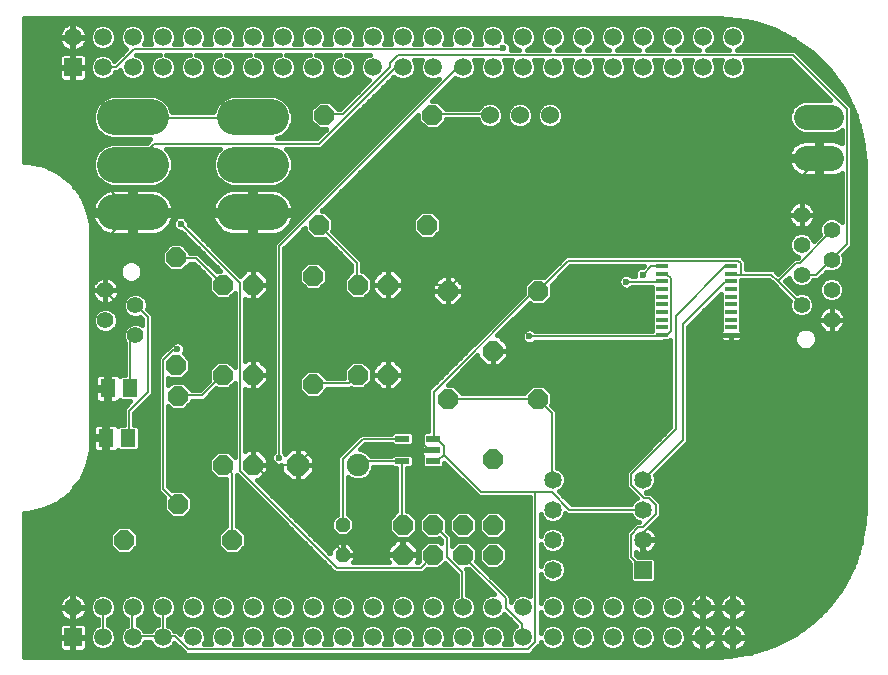
<source format=gtl>
G75*
%MOIN*%
%OFA0B0*%
%FSLAX24Y24*%
%IPPOS*%
%LPD*%
%AMOC8*
5,1,8,0,0,1.08239X$1,22.5*
%
%ADD10R,0.0591X0.0591*%
%ADD11C,0.0591*%
%ADD12R,0.0585X0.0585*%
%ADD13C,0.0585*%
%ADD14OC8,0.0660*%
%ADD15R,0.0390X0.0120*%
%ADD16R,0.0472X0.0217*%
%ADD17C,0.0750*%
%ADD18OC8,0.0750*%
%ADD19OC8,0.0480*%
%ADD20C,0.1185*%
%ADD21C,0.0560*%
%ADD22C,0.0600*%
%ADD23C,0.0840*%
%ADD24R,0.0512X0.0591*%
%ADD25C,0.0079*%
%ADD26C,0.0160*%
%ADD27C,0.0236*%
D10*
X010003Y003607D03*
X010003Y022607D03*
D11*
X011003Y022607D03*
X012003Y022607D03*
X013003Y022607D03*
X014003Y022607D03*
X015003Y022607D03*
X016003Y022607D03*
X017003Y022607D03*
X018003Y022607D03*
X019003Y022607D03*
X020003Y022607D03*
X021003Y022607D03*
X022003Y022607D03*
X023003Y022607D03*
X024003Y022607D03*
X025003Y022607D03*
X026003Y022607D03*
X027003Y022607D03*
X028003Y022607D03*
X029003Y022607D03*
X030003Y022607D03*
X031003Y022607D03*
X032003Y022607D03*
X032003Y023607D03*
X031003Y023607D03*
X030003Y023607D03*
X029003Y023607D03*
X028003Y023607D03*
X027003Y023607D03*
X026003Y023607D03*
X025003Y023607D03*
X024003Y023607D03*
X023003Y023607D03*
X022003Y023607D03*
X021003Y023607D03*
X020003Y023607D03*
X019003Y023607D03*
X018003Y023607D03*
X017003Y023607D03*
X016003Y023607D03*
X015003Y023607D03*
X014003Y023607D03*
X013003Y023607D03*
X012003Y023607D03*
X011003Y023607D03*
X010003Y023607D03*
X010003Y004607D03*
X011003Y004607D03*
X012003Y004607D03*
X013003Y004607D03*
X014003Y004607D03*
X015003Y004607D03*
X016003Y004607D03*
X017003Y004607D03*
X018003Y004607D03*
X019003Y004607D03*
X020003Y004607D03*
X021003Y004607D03*
X022003Y004607D03*
X023003Y004607D03*
X024003Y004607D03*
X025003Y004607D03*
X026003Y004607D03*
X027003Y004607D03*
X028003Y004607D03*
X029003Y004607D03*
X030003Y004607D03*
X031003Y004607D03*
X032003Y004607D03*
X032003Y003607D03*
X031003Y003607D03*
X030003Y003607D03*
X029003Y003607D03*
X028003Y003607D03*
X027003Y003607D03*
X026003Y003607D03*
X025003Y003607D03*
X024003Y003607D03*
X023003Y003607D03*
X022003Y003607D03*
X021003Y003607D03*
X020003Y003607D03*
X019003Y003607D03*
X018003Y003607D03*
X017003Y003607D03*
X016003Y003607D03*
X015003Y003607D03*
X014003Y003607D03*
X013003Y003607D03*
X012003Y003607D03*
X011003Y003607D03*
D12*
X029003Y005857D03*
D13*
X029003Y006857D03*
X029003Y007857D03*
X029003Y008857D03*
X026003Y008857D03*
X026003Y007857D03*
X026003Y006857D03*
X026003Y005857D03*
D14*
X024003Y006357D03*
X023003Y006357D03*
X023003Y007357D03*
X024003Y007357D03*
X022003Y007357D03*
X021003Y007357D03*
X021003Y006357D03*
X022003Y006357D03*
X024003Y009557D03*
X025503Y011557D03*
X024003Y013157D03*
X022503Y011557D03*
X020503Y012357D03*
X019503Y012357D03*
X018003Y012057D03*
X016003Y012357D03*
X015003Y012357D03*
X013444Y012671D03*
X013503Y011657D03*
X015003Y009357D03*
X016003Y009357D03*
X013503Y008057D03*
X011703Y006857D03*
X015303Y006857D03*
X015003Y015357D03*
X016003Y015357D03*
X018003Y015657D03*
X019503Y015357D03*
X020503Y015357D03*
X022503Y015157D03*
X021803Y017357D03*
X018203Y017357D03*
X013444Y016271D03*
X018388Y021011D03*
X021988Y021011D03*
X025503Y015157D03*
D15*
X029645Y015213D03*
X029645Y014958D03*
X029645Y014702D03*
X029645Y014446D03*
X029645Y014190D03*
X029645Y013934D03*
X029645Y013678D03*
X031943Y013678D03*
X031943Y013934D03*
X031943Y014190D03*
X031943Y014446D03*
X031943Y014702D03*
X031943Y014958D03*
X031943Y015213D03*
X031943Y015469D03*
X031943Y015725D03*
X031943Y015981D03*
X029645Y015981D03*
X029645Y015725D03*
X029645Y015469D03*
D16*
X022015Y010231D03*
X022015Y009857D03*
X022015Y009483D03*
X020991Y009483D03*
X020991Y010231D03*
D17*
X019503Y009357D03*
D18*
X017503Y009357D03*
D19*
X019003Y007357D03*
X019003Y006357D03*
D20*
X016595Y017777D02*
X015410Y017777D01*
X015410Y019357D02*
X016595Y019357D01*
X016595Y020937D02*
X015410Y020937D01*
X012595Y020937D02*
X011410Y020937D01*
X011410Y019357D02*
X012595Y019357D01*
X012595Y017777D02*
X011410Y017777D01*
D21*
X011086Y015168D03*
X012086Y014668D03*
X011086Y014168D03*
X012086Y013668D03*
X034294Y014692D03*
X035294Y015192D03*
X035294Y016192D03*
X034294Y016692D03*
X034294Y015692D03*
X035294Y017192D03*
X034294Y017692D03*
X035294Y014192D03*
D22*
X025908Y021015D03*
X024908Y021015D03*
X023908Y021015D03*
D23*
X034449Y020956D02*
X035289Y020956D01*
X035289Y019578D02*
X034449Y019578D01*
D24*
X011912Y011904D03*
X011164Y011904D03*
X011097Y010255D03*
X011845Y010255D03*
D25*
X011873Y010259D01*
X011873Y011164D01*
X012503Y011794D01*
X012503Y014274D01*
X012109Y014668D01*
X012086Y014668D01*
X011479Y014747D02*
X011479Y013999D01*
X011164Y013684D01*
X011164Y011904D01*
X011164Y011873D01*
X011125Y011834D01*
X011125Y010259D01*
X011097Y010255D01*
X011086Y010219D01*
X011086Y009668D01*
X010023Y008605D01*
X010023Y004629D01*
X010003Y004607D01*
X010023Y004589D01*
X010023Y003645D01*
X010003Y003607D01*
X011003Y003607D02*
X011007Y003645D01*
X011007Y004589D01*
X011003Y004607D01*
X011991Y004589D02*
X012003Y004607D01*
X011991Y004589D02*
X011991Y003645D01*
X012003Y003607D01*
X012030Y003645D01*
X012975Y003645D01*
X013003Y003607D01*
X013054Y003645D01*
X013408Y003645D01*
X013841Y003211D01*
X025180Y003211D01*
X025416Y003448D01*
X025416Y008448D01*
X025967Y008448D01*
X026558Y007857D01*
X029003Y007857D01*
X029038Y008251D02*
X029196Y008251D01*
X029432Y008015D01*
X029432Y007700D01*
X028999Y007267D01*
X028841Y007267D01*
X028605Y007030D01*
X028605Y006282D01*
X028999Y005889D01*
X029003Y005857D01*
X029038Y006558D02*
X030967Y004629D01*
X031003Y004607D01*
X031007Y004589D01*
X031007Y003645D01*
X031003Y003607D01*
X031046Y003645D01*
X031991Y003645D01*
X032003Y003607D01*
X031991Y003684D01*
X031991Y004589D01*
X032003Y004607D01*
X029038Y006558D02*
X029038Y006834D01*
X029003Y006857D01*
X029038Y006873D01*
X029038Y007109D01*
X031912Y009983D01*
X031912Y013645D01*
X031943Y013678D01*
X031952Y013684D01*
X034078Y013684D01*
X034550Y014156D01*
X035259Y014156D01*
X035294Y014192D01*
X034294Y014692D02*
X034274Y014708D01*
X033507Y015475D01*
X034117Y016086D01*
X034235Y016086D01*
X035259Y017109D01*
X035259Y017188D01*
X035294Y017192D01*
X035810Y016715D02*
X035298Y016204D01*
X035294Y016192D01*
X035259Y016164D01*
X034786Y015692D01*
X034294Y015692D01*
X033507Y015475D02*
X033290Y015692D01*
X032267Y015692D01*
X032267Y016086D01*
X032188Y016164D01*
X026519Y016164D01*
X025534Y015180D01*
X025503Y015157D01*
X025495Y015141D01*
X025377Y015141D01*
X022030Y011794D01*
X022030Y010259D01*
X022015Y010231D01*
X022030Y010219D01*
X022149Y010219D01*
X022385Y009983D01*
X022385Y009708D01*
X022365Y009688D01*
X023605Y008448D01*
X025416Y008448D01*
X025967Y008881D02*
X026003Y008857D01*
X025967Y008881D02*
X025967Y011086D01*
X025534Y011519D01*
X025503Y011557D01*
X025495Y011558D01*
X022503Y011558D01*
X022503Y011557D01*
X021873Y009865D02*
X020554Y011184D01*
X020534Y011164D01*
X019274Y011164D01*
X017503Y009393D01*
X017503Y009357D01*
X017503Y009353D01*
X016086Y009353D01*
X016003Y009357D01*
X016007Y009393D01*
X016007Y012345D01*
X016003Y012357D01*
X016007Y012385D01*
X016007Y015337D01*
X016003Y015357D01*
X016007Y015377D01*
X016007Y017739D01*
X016003Y017777D01*
X015967Y017778D01*
X012030Y017778D01*
X012003Y017777D01*
X011991Y017778D01*
X010023Y019747D01*
X010023Y022582D01*
X010003Y022607D01*
X010023Y022621D01*
X010023Y023605D01*
X010003Y023607D01*
X011007Y022621D02*
X011003Y022607D01*
X011007Y022621D02*
X011440Y022621D01*
X012030Y023211D01*
X024314Y023211D01*
X024353Y023251D01*
X023003Y022607D02*
X022975Y022582D01*
X022818Y022582D01*
X016873Y016637D01*
X016873Y009589D01*
X016086Y009353D02*
X019038Y006400D01*
X019003Y006357D01*
X019038Y006361D01*
X020967Y006361D01*
X021003Y006357D01*
X021597Y005928D02*
X021991Y006322D01*
X022003Y006357D01*
X022463Y006282D02*
X022463Y006912D01*
X022030Y007345D01*
X022003Y007357D01*
X021003Y007357D02*
X020967Y007385D01*
X020967Y009432D01*
X020991Y009483D01*
X020967Y009471D01*
X019589Y009471D01*
X019511Y009393D01*
X019503Y009357D01*
X018999Y009550D02*
X018999Y007385D01*
X019003Y007357D01*
X018802Y005928D02*
X021597Y005928D01*
X022463Y006282D02*
X022975Y005771D01*
X022975Y004629D01*
X023003Y004607D01*
X024432Y004589D02*
X024432Y004904D01*
X023015Y006322D01*
X023003Y006357D01*
X024432Y004589D02*
X024983Y004038D01*
X024983Y003645D01*
X025003Y003607D01*
X029038Y008251D02*
X028605Y008684D01*
X028605Y009038D01*
X030101Y010534D01*
X030101Y014314D01*
X031755Y015967D01*
X031912Y015967D01*
X031943Y015981D01*
X031943Y015725D02*
X031952Y015692D01*
X032267Y015692D01*
X031943Y015469D02*
X031912Y015456D01*
X031755Y015456D01*
X030337Y014038D01*
X030337Y010180D01*
X029038Y008881D01*
X029003Y008857D01*
X029629Y013645D02*
X025219Y013645D01*
X022503Y015157D02*
X022503Y015219D01*
X024944Y017660D01*
X034274Y017660D01*
X034294Y017692D01*
X034314Y017700D01*
X034314Y018999D01*
X034865Y019550D01*
X034869Y019578D01*
X035810Y021204D02*
X035810Y016715D01*
X029944Y015574D02*
X029944Y013802D01*
X029826Y013684D01*
X029668Y013684D01*
X029645Y013678D01*
X029629Y013645D01*
X029629Y015456D02*
X028448Y015456D01*
X028999Y015692D02*
X029274Y015967D01*
X029629Y015967D01*
X029645Y015981D01*
X029645Y015725D02*
X029668Y015692D01*
X029826Y015692D01*
X029944Y015574D01*
X029645Y015469D02*
X029629Y015456D01*
X022503Y015180D02*
X022503Y015157D01*
X022503Y015180D02*
X022345Y015337D01*
X020534Y015337D01*
X020503Y015357D01*
X020534Y015298D01*
X020534Y012385D01*
X020503Y012357D01*
X020534Y012345D01*
X020534Y011204D01*
X020554Y011184D01*
X020991Y010231D02*
X020967Y010219D01*
X019668Y010219D01*
X018999Y009550D01*
X021873Y009865D02*
X021991Y009865D01*
X022015Y009857D01*
X022030Y009511D02*
X022015Y009483D01*
X022030Y009511D02*
X022188Y009511D01*
X022365Y009688D01*
X019471Y012345D02*
X019196Y012070D01*
X018015Y012070D01*
X018003Y012057D01*
X019471Y012345D02*
X019503Y012357D01*
X019503Y015357D02*
X019471Y015377D01*
X019471Y016086D01*
X018211Y017345D01*
X018203Y017357D01*
X015574Y015416D02*
X015574Y009156D01*
X018802Y005928D01*
X015303Y006857D02*
X015298Y006873D01*
X015298Y009078D01*
X015023Y009353D01*
X015003Y009357D01*
X016003Y009357D02*
X016007Y009353D01*
X016086Y009353D01*
X013487Y008093D02*
X013503Y008057D01*
X013487Y008093D02*
X013015Y008566D01*
X013015Y012857D01*
X013369Y013211D01*
X013487Y013211D01*
X012086Y013668D02*
X012070Y013645D01*
X011912Y013487D01*
X011912Y011904D01*
X013503Y011657D02*
X013526Y011676D01*
X014314Y011676D01*
X014983Y012345D01*
X015003Y012357D01*
X011479Y014747D02*
X011086Y015141D01*
X011086Y015168D01*
X011086Y016834D01*
X011991Y017739D01*
X012003Y017777D01*
X013605Y017385D02*
X015574Y015416D01*
X015003Y015357D02*
X014117Y016243D01*
X013448Y016243D01*
X013444Y016271D01*
X012003Y019357D02*
X012030Y019393D01*
X012700Y020062D01*
X018211Y020062D01*
X020731Y022582D01*
X020967Y022582D01*
X021003Y022607D01*
X020574Y022621D02*
X020574Y022739D01*
X020849Y023015D01*
X033999Y023015D01*
X035810Y021204D01*
X023908Y021015D02*
X023881Y021046D01*
X021991Y021046D01*
X021988Y021011D01*
X020574Y022621D02*
X018999Y021046D01*
X018408Y021046D01*
X018388Y021011D01*
X016003Y020937D02*
X015967Y020928D01*
X012030Y020928D01*
X012003Y020937D01*
X013003Y004607D02*
X013015Y004589D01*
X013015Y003645D01*
X013003Y003607D01*
D26*
X008362Y002966D02*
X008362Y007748D01*
X008519Y007748D01*
X009037Y007867D01*
X009516Y008097D01*
X009931Y008429D01*
X010263Y008844D01*
X010493Y009323D01*
X010612Y009841D01*
X010612Y010062D01*
X010612Y017373D01*
X010493Y017891D01*
X010263Y018370D01*
X009931Y018786D01*
X009516Y019117D01*
X009516Y019117D01*
X009037Y019348D01*
X009037Y019348D01*
X008519Y019466D01*
X008362Y019466D01*
X008362Y024248D01*
X031503Y024248D01*
X031887Y024233D01*
X032645Y024113D01*
X033375Y023876D01*
X034058Y023527D01*
X034679Y023076D01*
X035222Y022534D01*
X035673Y021913D01*
X036022Y021229D01*
X036259Y020499D01*
X036379Y019741D01*
X036394Y019357D01*
X036394Y007857D01*
X036379Y007473D01*
X036259Y006715D01*
X036022Y005985D01*
X035673Y005302D01*
X035222Y004681D01*
X034679Y004138D01*
X034058Y003687D01*
X033375Y003338D01*
X032645Y003101D01*
X031887Y002981D01*
X031503Y002966D01*
X008362Y002966D01*
X008362Y003095D02*
X013705Y003095D01*
X013663Y003138D02*
X013768Y003033D01*
X025254Y003033D01*
X025490Y003269D01*
X025595Y003374D01*
X025595Y003458D01*
X025635Y003361D01*
X025757Y003239D01*
X025916Y003173D01*
X026089Y003173D01*
X026249Y003239D01*
X026371Y003361D01*
X026437Y003521D01*
X026437Y003694D01*
X026371Y003853D01*
X026249Y003975D01*
X026089Y004041D01*
X025916Y004041D01*
X025757Y003975D01*
X025635Y003853D01*
X025595Y003757D01*
X025595Y004458D01*
X025635Y004361D01*
X025757Y004239D01*
X025916Y004173D01*
X026089Y004173D01*
X026249Y004239D01*
X026371Y004361D01*
X026437Y004521D01*
X026437Y004694D01*
X026371Y004853D01*
X026249Y004975D01*
X026089Y005041D01*
X025916Y005041D01*
X025757Y004975D01*
X025635Y004853D01*
X025595Y004757D01*
X025595Y005715D01*
X025637Y005613D01*
X025758Y005491D01*
X025917Y005426D01*
X026089Y005426D01*
X026247Y005491D01*
X026369Y005613D01*
X026434Y005771D01*
X026434Y005943D01*
X026369Y006102D01*
X026247Y006223D01*
X026089Y006289D01*
X025917Y006289D01*
X025758Y006223D01*
X025637Y006102D01*
X025595Y005999D01*
X025595Y006715D01*
X025637Y006613D01*
X025758Y006491D01*
X025917Y006426D01*
X026089Y006426D01*
X026247Y006491D01*
X026369Y006613D01*
X026434Y006771D01*
X026434Y006943D01*
X026369Y007102D01*
X026247Y007223D01*
X026089Y007289D01*
X025917Y007289D01*
X025758Y007223D01*
X025637Y007102D01*
X025595Y006999D01*
X025595Y007715D01*
X025637Y007613D01*
X025758Y007491D01*
X025917Y007426D01*
X026089Y007426D01*
X026247Y007491D01*
X026369Y007613D01*
X026422Y007741D01*
X026484Y007679D01*
X028610Y007679D01*
X028637Y007613D01*
X028758Y007491D01*
X028870Y007445D01*
X028768Y007445D01*
X028531Y007209D01*
X028427Y007104D01*
X028427Y006208D01*
X028571Y006064D01*
X028571Y005507D01*
X028653Y005426D01*
X029353Y005426D01*
X029434Y005507D01*
X029434Y006207D01*
X029353Y006289D01*
X028851Y006289D01*
X028784Y006356D01*
X028784Y006439D01*
X028821Y006419D01*
X028892Y006396D01*
X028966Y006385D01*
X028985Y006385D01*
X028985Y006840D01*
X029020Y006840D01*
X029020Y006385D01*
X029040Y006385D01*
X029113Y006396D01*
X029184Y006419D01*
X029250Y006453D01*
X029311Y006497D01*
X029363Y006549D01*
X029407Y006610D01*
X029441Y006676D01*
X029464Y006747D01*
X029475Y006820D01*
X029475Y006840D01*
X029020Y006840D01*
X029020Y006875D01*
X029475Y006875D01*
X029475Y006894D01*
X029464Y006968D01*
X029441Y007039D01*
X029407Y007105D01*
X029363Y007165D01*
X029311Y007218D01*
X029250Y007261D01*
X029247Y007263D01*
X029610Y007626D01*
X029610Y008089D01*
X029506Y008193D01*
X029270Y008429D01*
X029112Y008429D01*
X029108Y008434D01*
X029247Y008491D01*
X029369Y008613D01*
X029434Y008771D01*
X029434Y008943D01*
X029410Y009001D01*
X030516Y010106D01*
X030516Y013964D01*
X031609Y015057D01*
X031609Y014840D01*
X031619Y014830D01*
X031609Y014819D01*
X031609Y014584D01*
X031619Y014574D01*
X031609Y014563D01*
X031609Y014328D01*
X031619Y014318D01*
X031609Y014307D01*
X031609Y014072D01*
X031619Y014062D01*
X031609Y014052D01*
X031609Y013854D01*
X031604Y013849D01*
X031580Y013808D01*
X031568Y013762D01*
X031568Y013678D01*
X031568Y013594D01*
X031580Y013549D01*
X031604Y013508D01*
X031637Y013474D01*
X031678Y013450D01*
X031724Y013438D01*
X031943Y013438D01*
X032162Y013438D01*
X032207Y013450D01*
X032248Y013474D01*
X032282Y013508D01*
X032306Y013549D01*
X032318Y013594D01*
X032318Y013678D01*
X031943Y013678D01*
X031943Y013678D01*
X032318Y013678D01*
X032318Y013762D01*
X032306Y013808D01*
X032282Y013849D01*
X032277Y013854D01*
X032277Y014052D01*
X032267Y014062D01*
X032277Y014072D01*
X032277Y014307D01*
X032267Y014318D01*
X032277Y014328D01*
X032277Y014563D01*
X032267Y014574D01*
X032277Y014584D01*
X032277Y014819D01*
X032267Y014830D01*
X032277Y014840D01*
X032277Y015075D01*
X032267Y015086D01*
X032277Y015096D01*
X032277Y015331D01*
X032267Y015341D01*
X032277Y015352D01*
X032277Y015513D01*
X033216Y015513D01*
X033328Y015401D01*
X033433Y015297D01*
X033898Y014831D01*
X033875Y014775D01*
X033875Y014608D01*
X033939Y014454D01*
X034057Y014337D01*
X034211Y014273D01*
X034378Y014273D01*
X034532Y014337D01*
X034649Y014454D01*
X034713Y014608D01*
X034713Y014775D01*
X034649Y014929D01*
X034532Y015047D01*
X034378Y015111D01*
X034211Y015111D01*
X034149Y015085D01*
X033759Y015475D01*
X033880Y015596D01*
X033939Y015454D01*
X034057Y015337D01*
X034211Y015273D01*
X034378Y015273D01*
X034532Y015337D01*
X034649Y015454D01*
X034674Y015513D01*
X034860Y015513D01*
X035146Y015799D01*
X035211Y015773D01*
X035378Y015773D01*
X035532Y015837D01*
X035649Y015954D01*
X035713Y016108D01*
X035713Y016275D01*
X035687Y016340D01*
X035988Y016642D01*
X035988Y021278D01*
X035884Y021382D01*
X034073Y023193D01*
X032138Y023193D01*
X032249Y023239D01*
X032371Y023361D01*
X032437Y023521D01*
X032437Y023694D01*
X032371Y023853D01*
X032249Y023975D01*
X032089Y024041D01*
X031916Y024041D01*
X031757Y023975D01*
X031635Y023853D01*
X031569Y023694D01*
X031569Y023521D01*
X031635Y023361D01*
X031757Y023239D01*
X031868Y023193D01*
X031138Y023193D01*
X031249Y023239D01*
X031371Y023361D01*
X031437Y023521D01*
X031437Y023694D01*
X031371Y023853D01*
X031249Y023975D01*
X031089Y024041D01*
X030916Y024041D01*
X030757Y023975D01*
X030635Y023853D01*
X030569Y023694D01*
X030569Y023521D01*
X030635Y023361D01*
X030757Y023239D01*
X030868Y023193D01*
X030138Y023193D01*
X030249Y023239D01*
X030371Y023361D01*
X030437Y023521D01*
X030437Y023694D01*
X030371Y023853D01*
X030249Y023975D01*
X030089Y024041D01*
X029916Y024041D01*
X029757Y023975D01*
X029635Y023853D01*
X029569Y023694D01*
X029569Y023521D01*
X029635Y023361D01*
X029757Y023239D01*
X029868Y023193D01*
X029138Y023193D01*
X029249Y023239D01*
X029371Y023361D01*
X029437Y023521D01*
X029437Y023694D01*
X029371Y023853D01*
X029249Y023975D01*
X029089Y024041D01*
X028916Y024041D01*
X028757Y023975D01*
X028635Y023853D01*
X028569Y023694D01*
X028569Y023521D01*
X028635Y023361D01*
X028757Y023239D01*
X028868Y023193D01*
X028138Y023193D01*
X028249Y023239D01*
X028371Y023361D01*
X028437Y023521D01*
X028437Y023694D01*
X028371Y023853D01*
X028249Y023975D01*
X028089Y024041D01*
X027916Y024041D01*
X027757Y023975D01*
X027635Y023853D01*
X027569Y023694D01*
X027569Y023521D01*
X027635Y023361D01*
X027757Y023239D01*
X027868Y023193D01*
X027138Y023193D01*
X027249Y023239D01*
X027371Y023361D01*
X027437Y023521D01*
X027437Y023694D01*
X027371Y023853D01*
X027249Y023975D01*
X027089Y024041D01*
X026916Y024041D01*
X026757Y023975D01*
X026635Y023853D01*
X026569Y023694D01*
X026569Y023521D01*
X026635Y023361D01*
X026757Y023239D01*
X026868Y023193D01*
X026138Y023193D01*
X026249Y023239D01*
X026371Y023361D01*
X026437Y023521D01*
X026437Y023694D01*
X026371Y023853D01*
X026249Y023975D01*
X026089Y024041D01*
X025916Y024041D01*
X025757Y023975D01*
X025635Y023853D01*
X025569Y023694D01*
X025569Y023521D01*
X025635Y023361D01*
X025757Y023239D01*
X025868Y023193D01*
X025138Y023193D01*
X025249Y023239D01*
X025371Y023361D01*
X025437Y023521D01*
X025437Y023694D01*
X025371Y023853D01*
X025249Y023975D01*
X025089Y024041D01*
X024916Y024041D01*
X024757Y023975D01*
X024635Y023853D01*
X024569Y023694D01*
X024569Y023521D01*
X024635Y023361D01*
X024757Y023239D01*
X024868Y023193D01*
X024608Y023193D01*
X024610Y023200D01*
X024610Y023302D01*
X024571Y023397D01*
X024499Y023469D01*
X024428Y023498D01*
X024437Y023521D01*
X024437Y023694D01*
X024371Y023853D01*
X024249Y023975D01*
X024089Y024041D01*
X023916Y024041D01*
X023757Y023975D01*
X023635Y023853D01*
X023569Y023694D01*
X023569Y023521D01*
X023623Y023390D01*
X023383Y023390D01*
X023437Y023521D01*
X023437Y023694D01*
X023371Y023853D01*
X023249Y023975D01*
X023089Y024041D01*
X022916Y024041D01*
X022757Y023975D01*
X022635Y023853D01*
X022569Y023694D01*
X022569Y023521D01*
X022623Y023390D01*
X022383Y023390D01*
X022437Y023521D01*
X022437Y023694D01*
X022371Y023853D01*
X022249Y023975D01*
X022089Y024041D01*
X021916Y024041D01*
X021757Y023975D01*
X021635Y023853D01*
X021569Y023694D01*
X021569Y023521D01*
X021623Y023390D01*
X021383Y023390D01*
X021437Y023521D01*
X021437Y023694D01*
X021371Y023853D01*
X021249Y023975D01*
X021089Y024041D01*
X020916Y024041D01*
X020757Y023975D01*
X020635Y023853D01*
X020569Y023694D01*
X020569Y023521D01*
X020623Y023390D01*
X020383Y023390D01*
X020437Y023521D01*
X020437Y023694D01*
X020371Y023853D01*
X020249Y023975D01*
X020089Y024041D01*
X019916Y024041D01*
X019757Y023975D01*
X019635Y023853D01*
X019569Y023694D01*
X019569Y023521D01*
X019623Y023390D01*
X019383Y023390D01*
X019437Y023521D01*
X019437Y023694D01*
X019371Y023853D01*
X019249Y023975D01*
X019089Y024041D01*
X018916Y024041D01*
X018757Y023975D01*
X018635Y023853D01*
X018569Y023694D01*
X018569Y023521D01*
X018623Y023390D01*
X018383Y023390D01*
X018437Y023521D01*
X018437Y023694D01*
X018371Y023853D01*
X018249Y023975D01*
X018089Y024041D01*
X017916Y024041D01*
X017757Y023975D01*
X017635Y023853D01*
X017569Y023694D01*
X017569Y023521D01*
X017623Y023390D01*
X017383Y023390D01*
X017437Y023521D01*
X017437Y023694D01*
X017371Y023853D01*
X017249Y023975D01*
X017089Y024041D01*
X016916Y024041D01*
X016757Y023975D01*
X016635Y023853D01*
X016569Y023694D01*
X016569Y023521D01*
X016623Y023390D01*
X016383Y023390D01*
X016437Y023521D01*
X016437Y023694D01*
X016371Y023853D01*
X016249Y023975D01*
X016089Y024041D01*
X015916Y024041D01*
X015757Y023975D01*
X015635Y023853D01*
X015569Y023694D01*
X015569Y023521D01*
X015623Y023390D01*
X015383Y023390D01*
X015437Y023521D01*
X015437Y023694D01*
X015371Y023853D01*
X015249Y023975D01*
X015089Y024041D01*
X014916Y024041D01*
X014757Y023975D01*
X014635Y023853D01*
X014569Y023694D01*
X014569Y023521D01*
X014623Y023390D01*
X014383Y023390D01*
X014437Y023521D01*
X014437Y023694D01*
X014371Y023853D01*
X014249Y023975D01*
X014089Y024041D01*
X013916Y024041D01*
X013757Y023975D01*
X013635Y023853D01*
X013569Y023694D01*
X013569Y023521D01*
X013623Y023390D01*
X013383Y023390D01*
X013437Y023521D01*
X013437Y023694D01*
X013371Y023853D01*
X013249Y023975D01*
X013089Y024041D01*
X012916Y024041D01*
X012757Y023975D01*
X012635Y023853D01*
X012569Y023694D01*
X012569Y023521D01*
X012623Y023390D01*
X012383Y023390D01*
X012437Y023521D01*
X012437Y023694D01*
X012371Y023853D01*
X012249Y023975D01*
X012089Y024041D01*
X011916Y024041D01*
X011757Y023975D01*
X011635Y023853D01*
X011569Y023694D01*
X011569Y023521D01*
X011635Y023361D01*
X011757Y023239D01*
X011791Y023225D01*
X011215Y023225D01*
X011249Y023239D02*
X011371Y023361D01*
X011437Y023521D01*
X011437Y023694D01*
X011371Y023853D01*
X011249Y023975D01*
X011089Y024041D01*
X010916Y024041D01*
X010757Y023975D01*
X010635Y023853D01*
X010569Y023694D01*
X010569Y023521D01*
X010635Y023361D01*
X010757Y023239D01*
X010916Y023173D01*
X011089Y023173D01*
X011249Y023239D01*
X011380Y023383D02*
X011625Y023383D01*
X011569Y023542D02*
X011437Y023542D01*
X011434Y023700D02*
X011571Y023700D01*
X011640Y023859D02*
X011365Y023859D01*
X011147Y024017D02*
X011858Y024017D01*
X012147Y024017D02*
X012858Y024017D01*
X012640Y023859D02*
X012365Y023859D01*
X012434Y023700D02*
X012571Y023700D01*
X012569Y023542D02*
X012437Y023542D01*
X012249Y022975D02*
X012110Y023033D01*
X012896Y023033D01*
X012757Y022975D01*
X012635Y022853D01*
X012569Y022694D01*
X012569Y022521D01*
X012635Y022361D01*
X012757Y022239D01*
X012916Y022173D01*
X013089Y022173D01*
X013249Y022239D01*
X013371Y022361D01*
X013437Y022521D01*
X013437Y022694D01*
X013371Y022853D01*
X013249Y022975D01*
X013110Y023033D01*
X013896Y023033D01*
X013757Y022975D01*
X013635Y022853D01*
X013569Y022694D01*
X013569Y022521D01*
X013635Y022361D01*
X013757Y022239D01*
X013916Y022173D01*
X014089Y022173D01*
X014249Y022239D01*
X014371Y022361D01*
X014437Y022521D01*
X014437Y022694D01*
X014371Y022853D01*
X014249Y022975D01*
X014110Y023033D01*
X014896Y023033D01*
X014757Y022975D01*
X014635Y022853D01*
X014569Y022694D01*
X014569Y022521D01*
X014635Y022361D01*
X014757Y022239D01*
X014916Y022173D01*
X015089Y022173D01*
X015249Y022239D01*
X015371Y022361D01*
X015437Y022521D01*
X015437Y022694D01*
X015371Y022853D01*
X015249Y022975D01*
X015110Y023033D01*
X015896Y023033D01*
X015757Y022975D01*
X015635Y022853D01*
X015569Y022694D01*
X015569Y022521D01*
X015635Y022361D01*
X015757Y022239D01*
X015916Y022173D01*
X016089Y022173D01*
X016249Y022239D01*
X016371Y022361D01*
X016437Y022521D01*
X016437Y022694D01*
X016371Y022853D01*
X016249Y022975D01*
X016110Y023033D01*
X016896Y023033D01*
X016757Y022975D01*
X016635Y022853D01*
X016569Y022694D01*
X016569Y022521D01*
X016635Y022361D01*
X016757Y022239D01*
X016916Y022173D01*
X017089Y022173D01*
X017249Y022239D01*
X017371Y022361D01*
X017437Y022521D01*
X017437Y022694D01*
X017371Y022853D01*
X017249Y022975D01*
X017110Y023033D01*
X017896Y023033D01*
X017757Y022975D01*
X017635Y022853D01*
X017569Y022694D01*
X017569Y022521D01*
X017635Y022361D01*
X017757Y022239D01*
X017916Y022173D01*
X018089Y022173D01*
X018249Y022239D01*
X018371Y022361D01*
X018437Y022521D01*
X018437Y022694D01*
X018371Y022853D01*
X018249Y022975D01*
X018110Y023033D01*
X018896Y023033D01*
X018757Y022975D01*
X018635Y022853D01*
X018569Y022694D01*
X018569Y022521D01*
X018635Y022361D01*
X018757Y022239D01*
X018916Y022173D01*
X019089Y022173D01*
X019249Y022239D01*
X019371Y022361D01*
X019437Y022521D01*
X019437Y022694D01*
X019371Y022853D01*
X019249Y022975D01*
X019110Y023033D01*
X019896Y023033D01*
X019757Y022975D01*
X019635Y022853D01*
X019569Y022694D01*
X019569Y022521D01*
X019635Y022361D01*
X019757Y022239D01*
X019886Y022185D01*
X018925Y021225D01*
X018837Y021225D01*
X018582Y021480D01*
X018194Y021480D01*
X017919Y021205D01*
X017919Y020816D01*
X018194Y020542D01*
X018439Y020542D01*
X018138Y020240D01*
X016825Y020240D01*
X017010Y020317D01*
X017216Y020523D01*
X017327Y020792D01*
X017327Y021083D01*
X017216Y021352D01*
X017010Y021557D01*
X016741Y021669D01*
X015265Y021669D01*
X014996Y021557D01*
X014790Y021352D01*
X014689Y021106D01*
X013317Y021106D01*
X013216Y021352D01*
X013010Y021557D01*
X012741Y021669D01*
X011265Y021669D01*
X010996Y021557D01*
X010790Y021352D01*
X010679Y021083D01*
X010679Y020792D01*
X010790Y020523D01*
X010996Y020317D01*
X011265Y020206D01*
X012591Y020206D01*
X012474Y020089D01*
X011265Y020089D01*
X010996Y019977D01*
X010790Y019772D01*
X010679Y019503D01*
X010679Y019212D01*
X010790Y018943D01*
X010996Y018737D01*
X011265Y018626D01*
X012741Y018626D01*
X013010Y018737D01*
X013216Y018943D01*
X013327Y019212D01*
X013327Y019503D01*
X013216Y019772D01*
X013104Y019883D01*
X014902Y019883D01*
X014790Y019772D01*
X014679Y019503D01*
X014679Y019212D01*
X014790Y018943D01*
X014996Y018737D01*
X015265Y018626D01*
X016741Y018626D01*
X017010Y018737D01*
X017216Y018943D01*
X017327Y019212D01*
X017327Y019503D01*
X017216Y019772D01*
X017104Y019883D01*
X018285Y019883D01*
X018390Y019988D01*
X020699Y022297D01*
X020757Y022239D01*
X020916Y022173D01*
X021089Y022173D01*
X021249Y022239D01*
X021371Y022361D01*
X021437Y022521D01*
X021437Y022694D01*
X021378Y022836D01*
X021628Y022836D01*
X021569Y022694D01*
X021569Y022521D01*
X021635Y022361D01*
X021757Y022239D01*
X021916Y022173D01*
X022089Y022173D01*
X022204Y022221D01*
X016799Y016815D01*
X016694Y016711D01*
X016694Y009775D01*
X016655Y009735D01*
X016616Y009641D01*
X016616Y009538D01*
X016655Y009444D01*
X016727Y009371D01*
X016822Y009332D01*
X016924Y009332D01*
X016948Y009342D01*
X016948Y009127D01*
X017273Y008802D01*
X017503Y008802D01*
X017733Y008802D01*
X018058Y009127D01*
X018058Y009357D01*
X017503Y009357D01*
X017503Y009357D01*
X017503Y008802D01*
X017503Y009357D01*
X017503Y009357D01*
X018058Y009357D01*
X018058Y009587D01*
X017733Y009912D01*
X017503Y009912D01*
X017503Y009357D01*
X017503Y009357D01*
X017503Y009912D01*
X017273Y009912D01*
X017092Y009732D01*
X017091Y009735D01*
X017051Y009775D01*
X017051Y016563D01*
X017734Y017245D01*
X017734Y017163D01*
X018009Y016888D01*
X018397Y016888D01*
X018407Y016898D01*
X019293Y016012D01*
X019293Y015811D01*
X019034Y015551D01*
X019034Y015163D01*
X019309Y014888D01*
X019697Y014888D01*
X019972Y015163D01*
X019972Y015551D01*
X019697Y015826D01*
X019650Y015826D01*
X019650Y016159D01*
X018659Y017150D01*
X018672Y017163D01*
X018672Y017551D01*
X018397Y017826D01*
X018315Y017826D01*
X021519Y021030D01*
X021519Y020816D01*
X021794Y020542D01*
X022182Y020542D01*
X022457Y020816D01*
X022457Y020868D01*
X023494Y020868D01*
X023536Y020766D01*
X023660Y020642D01*
X023821Y020576D01*
X023996Y020576D01*
X024157Y020642D01*
X024281Y020766D01*
X024347Y020927D01*
X024347Y021102D01*
X024281Y021263D01*
X024157Y021387D01*
X023996Y021454D01*
X023821Y021454D01*
X023660Y021387D01*
X023536Y021263D01*
X023520Y021225D01*
X022437Y021225D01*
X022182Y021480D01*
X021968Y021480D01*
X022742Y022254D01*
X022757Y022239D01*
X022916Y022173D01*
X023089Y022173D01*
X023249Y022239D01*
X023371Y022361D01*
X023437Y022521D01*
X023437Y022694D01*
X023378Y022836D01*
X023628Y022836D01*
X023569Y022694D01*
X023569Y022521D01*
X023635Y022361D01*
X023757Y022239D01*
X023916Y022173D01*
X024089Y022173D01*
X024249Y022239D01*
X024371Y022361D01*
X024437Y022521D01*
X024437Y022694D01*
X024378Y022836D01*
X024628Y022836D01*
X024569Y022694D01*
X024569Y022521D01*
X024635Y022361D01*
X024757Y022239D01*
X024916Y022173D01*
X025089Y022173D01*
X025249Y022239D01*
X025371Y022361D01*
X025437Y022521D01*
X025437Y022694D01*
X025378Y022836D01*
X025628Y022836D01*
X025569Y022694D01*
X025569Y022521D01*
X025635Y022361D01*
X025757Y022239D01*
X025916Y022173D01*
X026089Y022173D01*
X026249Y022239D01*
X026371Y022361D01*
X026437Y022521D01*
X026437Y022694D01*
X026378Y022836D01*
X026628Y022836D01*
X026569Y022694D01*
X026569Y022521D01*
X026635Y022361D01*
X026757Y022239D01*
X026916Y022173D01*
X027089Y022173D01*
X027249Y022239D01*
X027371Y022361D01*
X027437Y022521D01*
X027437Y022694D01*
X027378Y022836D01*
X027628Y022836D01*
X027569Y022694D01*
X027569Y022521D01*
X027635Y022361D01*
X027757Y022239D01*
X027916Y022173D01*
X028089Y022173D01*
X028249Y022239D01*
X028371Y022361D01*
X028437Y022521D01*
X028437Y022694D01*
X028378Y022836D01*
X028628Y022836D01*
X028569Y022694D01*
X028569Y022521D01*
X028635Y022361D01*
X028757Y022239D01*
X028916Y022173D01*
X029089Y022173D01*
X029249Y022239D01*
X029371Y022361D01*
X029437Y022521D01*
X029437Y022694D01*
X029378Y022836D01*
X029628Y022836D01*
X029569Y022694D01*
X029569Y022521D01*
X029635Y022361D01*
X029757Y022239D01*
X029916Y022173D01*
X030089Y022173D01*
X030249Y022239D01*
X030371Y022361D01*
X030437Y022521D01*
X030437Y022694D01*
X030378Y022836D01*
X030628Y022836D01*
X030569Y022694D01*
X030569Y022521D01*
X030635Y022361D01*
X030757Y022239D01*
X030916Y022173D01*
X031089Y022173D01*
X031249Y022239D01*
X031371Y022361D01*
X031437Y022521D01*
X031437Y022694D01*
X031378Y022836D01*
X031628Y022836D01*
X031569Y022694D01*
X031569Y022521D01*
X031635Y022361D01*
X031757Y022239D01*
X031916Y022173D01*
X032089Y022173D01*
X032249Y022239D01*
X032371Y022361D01*
X032437Y022521D01*
X032437Y022694D01*
X032378Y022836D01*
X033925Y022836D01*
X035247Y021515D01*
X034338Y021515D01*
X034132Y021430D01*
X033975Y021272D01*
X033890Y021067D01*
X033890Y020844D01*
X033975Y020639D01*
X034132Y020482D01*
X034338Y020397D01*
X035400Y020397D01*
X035606Y020482D01*
X035631Y020507D01*
X035631Y020070D01*
X035603Y020091D01*
X035519Y020134D01*
X035429Y020163D01*
X035336Y020178D01*
X034929Y020178D01*
X034929Y019638D01*
X034809Y019638D01*
X034809Y020178D01*
X034402Y020178D01*
X034308Y020163D01*
X034219Y020134D01*
X034135Y020091D01*
X034058Y020035D01*
X033991Y019969D01*
X033936Y019892D01*
X033893Y019808D01*
X033864Y019718D01*
X033851Y019638D01*
X034809Y019638D01*
X034809Y019518D01*
X033851Y019518D01*
X033864Y019437D01*
X033893Y019347D01*
X033936Y019263D01*
X033991Y019187D01*
X034058Y019120D01*
X034135Y019064D01*
X034219Y019022D01*
X034308Y018992D01*
X034402Y018978D01*
X034809Y018978D01*
X034809Y019518D01*
X034929Y019518D01*
X034929Y018978D01*
X035336Y018978D01*
X035429Y018992D01*
X035519Y019022D01*
X035603Y019064D01*
X035631Y019085D01*
X035631Y017447D01*
X035532Y017547D01*
X035378Y017611D01*
X035211Y017611D01*
X035057Y017547D01*
X034939Y017429D01*
X034875Y017275D01*
X034875Y017108D01*
X034913Y017016D01*
X034701Y016804D01*
X034649Y016929D01*
X034532Y017047D01*
X034378Y017111D01*
X034211Y017111D01*
X034057Y017047D01*
X033939Y016929D01*
X033875Y016775D01*
X033875Y016608D01*
X033939Y016454D01*
X034057Y016337D01*
X034182Y016285D01*
X034161Y016264D01*
X034043Y016264D01*
X033507Y015728D01*
X033364Y015870D01*
X032445Y015870D01*
X032445Y016159D01*
X032366Y016238D01*
X032262Y016343D01*
X026445Y016343D01*
X025713Y015611D01*
X025697Y015626D01*
X025309Y015626D01*
X025034Y015351D01*
X025034Y015050D01*
X021852Y011868D01*
X021852Y010479D01*
X021721Y010479D01*
X021639Y010397D01*
X021639Y010081D01*
X021634Y010076D01*
X021611Y010035D01*
X021598Y009989D01*
X021598Y009857D01*
X021598Y009725D01*
X021611Y009679D01*
X021634Y009638D01*
X021639Y009633D01*
X021639Y009317D01*
X021721Y009236D01*
X022309Y009236D01*
X022390Y009317D01*
X022390Y009411D01*
X023531Y008269D01*
X025238Y008269D01*
X025238Y004980D01*
X025089Y005041D01*
X024916Y005041D01*
X024757Y004975D01*
X024635Y004853D01*
X024610Y004795D01*
X024610Y004978D01*
X023449Y006140D01*
X023472Y006163D01*
X023472Y006551D01*
X023197Y006826D01*
X022809Y006826D01*
X022642Y006660D01*
X022642Y006986D01*
X022469Y007160D01*
X022472Y007163D01*
X022472Y007551D01*
X022197Y007826D01*
X021809Y007826D01*
X021534Y007551D01*
X021534Y007163D01*
X021809Y006888D01*
X022197Y006888D01*
X022216Y006907D01*
X022285Y006838D01*
X022285Y006738D01*
X022197Y006826D01*
X021809Y006826D01*
X021534Y006551D01*
X021534Y006163D01*
X021557Y006140D01*
X021523Y006106D01*
X021473Y006106D01*
X021513Y006146D01*
X021513Y006337D01*
X021023Y006337D01*
X021023Y006377D01*
X021513Y006377D01*
X021513Y006568D01*
X021214Y006867D01*
X021023Y006867D01*
X021023Y006377D01*
X020983Y006377D01*
X020983Y006337D01*
X020493Y006337D01*
X020493Y006146D01*
X020532Y006106D01*
X019346Y006106D01*
X019423Y006183D01*
X019423Y006357D01*
X019003Y006357D01*
X019003Y006357D01*
X019423Y006357D01*
X019423Y006531D01*
X019177Y006777D01*
X019003Y006777D01*
X019003Y006357D01*
X019003Y006357D01*
X019003Y006777D01*
X018829Y006777D01*
X018583Y006531D01*
X018583Y006400D01*
X016135Y008847D01*
X016214Y008847D01*
X016513Y009146D01*
X016513Y009357D01*
X016003Y009357D01*
X016003Y009357D01*
X016513Y009357D01*
X016513Y009568D01*
X016214Y009867D01*
X016003Y009867D01*
X016003Y009357D01*
X016003Y009357D01*
X016003Y009867D01*
X015792Y009867D01*
X015752Y009828D01*
X015752Y011887D01*
X015792Y011847D01*
X016003Y011847D01*
X016214Y011847D01*
X016513Y012146D01*
X016513Y012357D01*
X016003Y012357D01*
X016003Y012357D01*
X016003Y011847D01*
X016003Y012357D01*
X016003Y012357D01*
X016513Y012357D01*
X016513Y012568D01*
X016214Y012867D01*
X016003Y012867D01*
X016003Y012357D01*
X016003Y012357D01*
X016003Y012867D01*
X015792Y012867D01*
X015752Y012828D01*
X015752Y014887D01*
X015792Y014847D01*
X016003Y014847D01*
X016214Y014847D01*
X016513Y015146D01*
X016513Y015357D01*
X016003Y015357D01*
X016003Y015357D01*
X016003Y014847D01*
X016003Y015357D01*
X016003Y015357D01*
X016513Y015357D01*
X016513Y015568D01*
X016214Y015867D01*
X016003Y015867D01*
X016003Y015357D01*
X016003Y015357D01*
X016003Y015867D01*
X015792Y015867D01*
X015583Y015659D01*
X013862Y017380D01*
X013862Y017436D01*
X013823Y017530D01*
X013751Y017603D01*
X013656Y017642D01*
X013554Y017642D01*
X013460Y017603D01*
X013387Y017530D01*
X013348Y017436D01*
X013348Y017334D01*
X013387Y017239D01*
X013460Y017167D01*
X013554Y017128D01*
X013610Y017128D01*
X014911Y015826D01*
X014809Y015826D01*
X014797Y015815D01*
X014191Y016421D01*
X013913Y016421D01*
X013913Y016466D01*
X013638Y016740D01*
X013249Y016740D01*
X012975Y016466D01*
X012975Y016077D01*
X013249Y015802D01*
X013638Y015802D01*
X013900Y016065D01*
X014043Y016065D01*
X014545Y015563D01*
X014534Y015551D01*
X014534Y015163D01*
X014809Y014888D01*
X015197Y014888D01*
X015395Y015086D01*
X015395Y012628D01*
X015197Y012826D01*
X014809Y012826D01*
X014534Y012551D01*
X014534Y012163D01*
X014541Y012156D01*
X014240Y011854D01*
X013969Y011854D01*
X013697Y012126D01*
X013309Y012126D01*
X013193Y012011D01*
X013193Y012259D01*
X013249Y012202D01*
X013638Y012202D01*
X013913Y012477D01*
X013913Y012866D01*
X013707Y013071D01*
X013744Y013160D01*
X013744Y013263D01*
X013705Y013357D01*
X013633Y013430D01*
X013538Y013469D01*
X013436Y013469D01*
X013341Y013430D01*
X013302Y013390D01*
X013295Y013390D01*
X012941Y013036D01*
X012836Y012931D01*
X012836Y008492D01*
X012941Y008387D01*
X013055Y008273D01*
X013034Y008251D01*
X013034Y007863D01*
X013309Y007588D01*
X013697Y007588D01*
X013972Y007863D01*
X013972Y008251D01*
X013697Y008526D01*
X013309Y008526D01*
X013308Y008525D01*
X013193Y008640D01*
X013193Y011304D01*
X013309Y011188D01*
X013697Y011188D01*
X013972Y011463D01*
X013972Y011498D01*
X014388Y011498D01*
X014793Y011903D01*
X014809Y011888D01*
X015197Y011888D01*
X015395Y012086D01*
X015395Y009628D01*
X015197Y009826D01*
X014809Y009826D01*
X014534Y009551D01*
X014534Y009163D01*
X014809Y008888D01*
X015120Y008888D01*
X015120Y007326D01*
X015109Y007326D01*
X014834Y007051D01*
X014834Y006663D01*
X015109Y006388D01*
X015497Y006388D01*
X015772Y006663D01*
X015772Y007051D01*
X015497Y007326D01*
X015477Y007326D01*
X015477Y009001D01*
X018624Y005854D01*
X018728Y005750D01*
X021671Y005750D01*
X021810Y005888D01*
X022197Y005888D01*
X022401Y006092D01*
X022797Y005697D01*
X022797Y004992D01*
X022757Y004975D01*
X022635Y004853D01*
X022569Y004694D01*
X022569Y004521D01*
X022635Y004361D01*
X022757Y004239D01*
X022916Y004173D01*
X023089Y004173D01*
X023249Y004239D01*
X023371Y004361D01*
X023437Y004521D01*
X023437Y004694D01*
X023371Y004853D01*
X023249Y004975D01*
X023154Y005015D01*
X023154Y005844D01*
X023110Y005888D01*
X023196Y005888D01*
X024043Y005041D01*
X023916Y005041D01*
X023757Y004975D01*
X023635Y004853D01*
X023569Y004694D01*
X023569Y004521D01*
X023635Y004361D01*
X023757Y004239D01*
X023916Y004173D01*
X024089Y004173D01*
X024249Y004239D01*
X024371Y004361D01*
X024382Y004387D01*
X024783Y003986D01*
X024757Y003975D01*
X024635Y003853D01*
X024569Y003694D01*
X024569Y003521D01*
X024623Y003390D01*
X024383Y003390D01*
X024437Y003521D01*
X024437Y003694D01*
X024371Y003853D01*
X024249Y003975D01*
X024089Y004041D01*
X023916Y004041D01*
X023757Y003975D01*
X023635Y003853D01*
X023569Y003694D01*
X023569Y003521D01*
X023623Y003390D01*
X023383Y003390D01*
X023437Y003521D01*
X023437Y003694D01*
X023371Y003853D01*
X023249Y003975D01*
X023089Y004041D01*
X022916Y004041D01*
X022757Y003975D01*
X022635Y003853D01*
X022569Y003694D01*
X022569Y003521D01*
X022623Y003390D01*
X022383Y003390D01*
X022437Y003521D01*
X022437Y003694D01*
X022371Y003853D01*
X022249Y003975D01*
X022089Y004041D01*
X021916Y004041D01*
X021757Y003975D01*
X021635Y003853D01*
X021569Y003694D01*
X021569Y003521D01*
X021623Y003390D01*
X021383Y003390D01*
X021437Y003521D01*
X021437Y003694D01*
X021371Y003853D01*
X021249Y003975D01*
X021089Y004041D01*
X020916Y004041D01*
X020757Y003975D01*
X020635Y003853D01*
X020569Y003694D01*
X020569Y003521D01*
X020623Y003390D01*
X020383Y003390D01*
X020437Y003521D01*
X020437Y003694D01*
X020371Y003853D01*
X020249Y003975D01*
X020089Y004041D01*
X019916Y004041D01*
X019757Y003975D01*
X019635Y003853D01*
X019569Y003694D01*
X019569Y003521D01*
X019623Y003390D01*
X019383Y003390D01*
X019437Y003521D01*
X019437Y003694D01*
X019371Y003853D01*
X019249Y003975D01*
X019089Y004041D01*
X018916Y004041D01*
X018757Y003975D01*
X018635Y003853D01*
X018569Y003694D01*
X018569Y003521D01*
X018623Y003390D01*
X018383Y003390D01*
X018437Y003521D01*
X018437Y003694D01*
X018371Y003853D01*
X018249Y003975D01*
X018089Y004041D01*
X017916Y004041D01*
X017757Y003975D01*
X017635Y003853D01*
X017569Y003694D01*
X017569Y003521D01*
X017623Y003390D01*
X017383Y003390D01*
X017437Y003521D01*
X017437Y003694D01*
X017371Y003853D01*
X017249Y003975D01*
X017089Y004041D01*
X016916Y004041D01*
X016757Y003975D01*
X016635Y003853D01*
X016569Y003694D01*
X016569Y003521D01*
X016623Y003390D01*
X016383Y003390D01*
X016437Y003521D01*
X016437Y003694D01*
X016371Y003853D01*
X016249Y003975D01*
X016089Y004041D01*
X015916Y004041D01*
X015757Y003975D01*
X015635Y003853D01*
X015569Y003694D01*
X015569Y003521D01*
X015623Y003390D01*
X015383Y003390D01*
X015437Y003521D01*
X015437Y003694D01*
X015371Y003853D01*
X015249Y003975D01*
X015089Y004041D01*
X014916Y004041D01*
X014757Y003975D01*
X014635Y003853D01*
X014569Y003694D01*
X014569Y003521D01*
X014623Y003390D01*
X014383Y003390D01*
X014437Y003521D01*
X014437Y003694D01*
X014371Y003853D01*
X014249Y003975D01*
X014089Y004041D01*
X013916Y004041D01*
X013757Y003975D01*
X013635Y003853D01*
X013581Y003724D01*
X013482Y003823D01*
X013384Y003823D01*
X013371Y003853D01*
X013249Y003975D01*
X013193Y003998D01*
X013193Y004216D01*
X013249Y004239D01*
X013371Y004361D01*
X013437Y004521D01*
X013437Y004694D01*
X013371Y004853D01*
X013249Y004975D01*
X013089Y005041D01*
X012916Y005041D01*
X012757Y004975D01*
X012635Y004853D01*
X012569Y004694D01*
X012569Y004521D01*
X012635Y004361D01*
X012757Y004239D01*
X012836Y004206D01*
X012836Y004008D01*
X012757Y003975D01*
X012635Y003853D01*
X012622Y003823D01*
X012384Y003823D01*
X012371Y003853D01*
X012249Y003975D01*
X012169Y004008D01*
X012169Y004206D01*
X012249Y004239D01*
X012371Y004361D01*
X012437Y004521D01*
X012437Y004694D01*
X012371Y004853D01*
X012249Y004975D01*
X012089Y005041D01*
X011916Y005041D01*
X011757Y004975D01*
X011635Y004853D01*
X011569Y004694D01*
X011569Y004521D01*
X011635Y004361D01*
X011757Y004239D01*
X011813Y004216D01*
X011813Y003998D01*
X011757Y003975D01*
X011635Y003853D01*
X011569Y003694D01*
X011569Y003521D01*
X011635Y003361D01*
X011757Y003239D01*
X011916Y003173D01*
X012089Y003173D01*
X012249Y003239D01*
X012371Y003361D01*
X012415Y003466D01*
X012591Y003466D01*
X012635Y003361D01*
X012757Y003239D01*
X012916Y003173D01*
X013089Y003173D01*
X013249Y003239D01*
X013371Y003361D01*
X013391Y003410D01*
X013663Y003138D01*
X013547Y003254D02*
X013264Y003254D01*
X012742Y003254D02*
X012264Y003254D01*
X012392Y003412D02*
X012613Y003412D01*
X012669Y003888D02*
X012336Y003888D01*
X012169Y004046D02*
X012836Y004046D01*
X012836Y004205D02*
X012169Y004205D01*
X012372Y004363D02*
X012634Y004363D01*
X012569Y004522D02*
X012437Y004522D01*
X012437Y004680D02*
X012569Y004680D01*
X012629Y004839D02*
X012377Y004839D01*
X012196Y004997D02*
X012810Y004997D01*
X013196Y004997D02*
X013810Y004997D01*
X013757Y004975D02*
X013635Y004853D01*
X013569Y004694D01*
X013569Y004521D01*
X013635Y004361D01*
X013757Y004239D01*
X013916Y004173D01*
X014089Y004173D01*
X014249Y004239D01*
X014371Y004361D01*
X014437Y004521D01*
X014437Y004694D01*
X014371Y004853D01*
X014249Y004975D01*
X014089Y005041D01*
X013916Y005041D01*
X013757Y004975D01*
X013629Y004839D02*
X013377Y004839D01*
X013437Y004680D02*
X013569Y004680D01*
X013569Y004522D02*
X013437Y004522D01*
X013372Y004363D02*
X013634Y004363D01*
X013839Y004205D02*
X013193Y004205D01*
X013193Y004046D02*
X024723Y004046D01*
X024669Y003888D02*
X024336Y003888D01*
X024422Y003729D02*
X024583Y003729D01*
X024569Y003571D02*
X024437Y003571D01*
X024392Y003412D02*
X024613Y003412D01*
X025316Y003095D02*
X032608Y003095D01*
X032365Y003298D02*
X032409Y003358D01*
X032443Y003425D01*
X032466Y003496D01*
X032478Y003570D01*
X032478Y003589D01*
X032021Y003589D01*
X032021Y003132D01*
X032040Y003132D01*
X032114Y003144D01*
X032185Y003167D01*
X032252Y003201D01*
X032312Y003245D01*
X032365Y003298D01*
X032322Y003254D02*
X033115Y003254D01*
X033520Y003412D02*
X032437Y003412D01*
X032478Y003571D02*
X033831Y003571D01*
X034117Y003729D02*
X032463Y003729D01*
X032466Y003718D02*
X032443Y003790D01*
X032409Y003856D01*
X032365Y003917D01*
X032312Y003970D01*
X032252Y004014D01*
X032185Y004048D01*
X032114Y004071D01*
X032040Y004082D01*
X032021Y004082D01*
X032021Y003626D01*
X031984Y003626D01*
X031984Y004082D01*
X031965Y004082D01*
X031892Y004071D01*
X031820Y004048D01*
X031754Y004014D01*
X031693Y003970D01*
X031640Y003917D01*
X031596Y003856D01*
X031562Y003790D01*
X031539Y003718D01*
X031528Y003645D01*
X031528Y003626D01*
X031984Y003626D01*
X031984Y003589D01*
X031528Y003589D01*
X031528Y003570D01*
X031539Y003496D01*
X031562Y003425D01*
X031596Y003358D01*
X031640Y003298D01*
X031693Y003245D01*
X031754Y003201D01*
X031820Y003167D01*
X031892Y003144D01*
X031965Y003132D01*
X031984Y003132D01*
X031984Y003589D01*
X032021Y003589D01*
X032021Y003626D01*
X032478Y003626D01*
X032478Y003645D01*
X032466Y003718D01*
X032386Y003888D02*
X034335Y003888D01*
X034553Y004046D02*
X032188Y004046D01*
X032185Y004167D02*
X032252Y004201D01*
X032312Y004245D01*
X032365Y004298D01*
X032409Y004358D01*
X032443Y004425D01*
X032466Y004496D01*
X032478Y004570D01*
X032478Y004589D01*
X032021Y004589D01*
X032021Y004132D01*
X032040Y004132D01*
X032114Y004144D01*
X032185Y004167D01*
X032258Y004205D02*
X034746Y004205D01*
X034905Y004363D02*
X032412Y004363D01*
X032471Y004522D02*
X035063Y004522D01*
X035222Y004680D02*
X032472Y004680D01*
X032478Y004645D02*
X032466Y004718D01*
X032443Y004790D01*
X032409Y004856D01*
X032365Y004917D01*
X032312Y004970D01*
X032252Y005014D01*
X032185Y005048D01*
X032114Y005071D01*
X032040Y005082D01*
X032021Y005082D01*
X032021Y004626D01*
X031984Y004626D01*
X031984Y005082D01*
X031965Y005082D01*
X031892Y005071D01*
X031820Y005048D01*
X031754Y005014D01*
X031693Y004970D01*
X031640Y004917D01*
X031596Y004856D01*
X031562Y004790D01*
X031539Y004718D01*
X031528Y004645D01*
X031528Y004626D01*
X031984Y004626D01*
X031984Y004589D01*
X031528Y004589D01*
X031528Y004570D01*
X031539Y004496D01*
X031562Y004425D01*
X031596Y004358D01*
X031640Y004298D01*
X031693Y004245D01*
X031754Y004201D01*
X031820Y004167D01*
X031892Y004144D01*
X031965Y004132D01*
X031984Y004132D01*
X031984Y004589D01*
X032021Y004589D01*
X032021Y004626D01*
X032478Y004626D01*
X032478Y004645D01*
X032418Y004839D02*
X035337Y004839D01*
X035452Y004997D02*
X032274Y004997D01*
X032021Y004997D02*
X031984Y004997D01*
X031984Y004839D02*
X032021Y004839D01*
X032021Y004680D02*
X031984Y004680D01*
X031984Y004522D02*
X032021Y004522D01*
X032021Y004363D02*
X031984Y004363D01*
X031984Y004205D02*
X032021Y004205D01*
X032021Y004046D02*
X031984Y004046D01*
X031984Y003888D02*
X032021Y003888D01*
X032021Y003729D02*
X031984Y003729D01*
X031984Y003571D02*
X032021Y003571D01*
X032021Y003412D02*
X031984Y003412D01*
X031984Y003254D02*
X032021Y003254D01*
X031684Y003254D02*
X031322Y003254D01*
X031312Y003245D02*
X031365Y003298D01*
X031409Y003358D01*
X031443Y003425D01*
X031466Y003496D01*
X031478Y003570D01*
X031478Y003589D01*
X031021Y003589D01*
X031021Y003132D01*
X031040Y003132D01*
X031114Y003144D01*
X031185Y003167D01*
X031252Y003201D01*
X031312Y003245D01*
X031437Y003412D02*
X031569Y003412D01*
X031528Y003571D02*
X031478Y003571D01*
X031478Y003626D02*
X031478Y003645D01*
X031466Y003718D01*
X031443Y003790D01*
X031409Y003856D01*
X031365Y003917D01*
X031312Y003970D01*
X031252Y004014D01*
X031185Y004048D01*
X031114Y004071D01*
X031040Y004082D01*
X031021Y004082D01*
X031021Y003626D01*
X030984Y003626D01*
X030984Y004082D01*
X030965Y004082D01*
X030892Y004071D01*
X030820Y004048D01*
X030754Y004014D01*
X030693Y003970D01*
X030640Y003917D01*
X030596Y003856D01*
X030562Y003790D01*
X030539Y003718D01*
X030528Y003645D01*
X030528Y003626D01*
X030984Y003626D01*
X030984Y003589D01*
X030528Y003589D01*
X030528Y003570D01*
X030539Y003496D01*
X030562Y003425D01*
X030596Y003358D01*
X030640Y003298D01*
X030693Y003245D01*
X030754Y003201D01*
X030820Y003167D01*
X030892Y003144D01*
X030965Y003132D01*
X030984Y003132D01*
X030984Y003589D01*
X031021Y003589D01*
X031021Y003626D01*
X031478Y003626D01*
X031463Y003729D02*
X031543Y003729D01*
X031619Y003888D02*
X031386Y003888D01*
X031188Y004046D02*
X031818Y004046D01*
X031748Y004205D02*
X031258Y004205D01*
X031252Y004201D02*
X031312Y004245D01*
X031365Y004298D01*
X031409Y004358D01*
X031443Y004425D01*
X031466Y004496D01*
X031478Y004570D01*
X031478Y004589D01*
X031021Y004589D01*
X031021Y004132D01*
X031040Y004132D01*
X031114Y004144D01*
X031185Y004167D01*
X031252Y004201D01*
X031412Y004363D02*
X031594Y004363D01*
X031535Y004522D02*
X031471Y004522D01*
X031478Y004626D02*
X031021Y004626D01*
X030984Y004626D01*
X030984Y005082D01*
X030965Y005082D01*
X030892Y005071D01*
X030820Y005048D01*
X030754Y005014D01*
X030693Y004970D01*
X030640Y004917D01*
X030596Y004856D01*
X030562Y004790D01*
X030539Y004718D01*
X030528Y004645D01*
X030528Y004626D01*
X030984Y004626D01*
X030984Y004589D01*
X030528Y004589D01*
X030528Y004570D01*
X030539Y004496D01*
X030562Y004425D01*
X030596Y004358D01*
X030640Y004298D01*
X030693Y004245D01*
X030754Y004201D01*
X030820Y004167D01*
X030892Y004144D01*
X030965Y004132D01*
X030984Y004132D01*
X030984Y004589D01*
X031021Y004589D01*
X031021Y004626D01*
X031021Y005082D01*
X031040Y005082D01*
X031114Y005071D01*
X031185Y005048D01*
X031252Y005014D01*
X031312Y004970D01*
X031365Y004917D01*
X031409Y004856D01*
X031443Y004790D01*
X031466Y004718D01*
X031478Y004645D01*
X031478Y004626D01*
X031472Y004680D02*
X031533Y004680D01*
X031588Y004839D02*
X031418Y004839D01*
X031274Y004997D02*
X031731Y004997D01*
X031021Y004997D02*
X030984Y004997D01*
X030984Y004839D02*
X031021Y004839D01*
X031021Y004680D02*
X030984Y004680D01*
X030984Y004522D02*
X031021Y004522D01*
X031021Y004363D02*
X030984Y004363D01*
X030984Y004205D02*
X031021Y004205D01*
X031021Y004046D02*
X030984Y004046D01*
X030984Y003888D02*
X031021Y003888D01*
X031021Y003729D02*
X030984Y003729D01*
X030984Y003571D02*
X031021Y003571D01*
X031021Y003412D02*
X030984Y003412D01*
X030984Y003254D02*
X031021Y003254D01*
X030684Y003254D02*
X030264Y003254D01*
X030249Y003239D02*
X030371Y003361D01*
X030437Y003521D01*
X030437Y003694D01*
X030371Y003853D01*
X030249Y003975D01*
X030089Y004041D01*
X029916Y004041D01*
X029757Y003975D01*
X029635Y003853D01*
X029569Y003694D01*
X029569Y003521D01*
X029635Y003361D01*
X029757Y003239D01*
X029916Y003173D01*
X030089Y003173D01*
X030249Y003239D01*
X030392Y003412D02*
X030569Y003412D01*
X030528Y003571D02*
X030437Y003571D01*
X030422Y003729D02*
X030543Y003729D01*
X030619Y003888D02*
X030336Y003888D01*
X030167Y004205D02*
X030748Y004205D01*
X030818Y004046D02*
X025595Y004046D01*
X025595Y003888D02*
X025669Y003888D01*
X025595Y004205D02*
X025839Y004205D01*
X025634Y004363D02*
X025595Y004363D01*
X025595Y004839D02*
X025629Y004839D01*
X025595Y004997D02*
X025810Y004997D01*
X025595Y005156D02*
X035567Y005156D01*
X035680Y005314D02*
X025595Y005314D01*
X025595Y005473D02*
X025803Y005473D01*
X025629Y005631D02*
X025595Y005631D01*
X025238Y005631D02*
X023957Y005631D01*
X024116Y005473D02*
X025238Y005473D01*
X025238Y005314D02*
X024274Y005314D01*
X024433Y005156D02*
X025238Y005156D01*
X025238Y004997D02*
X025196Y004997D01*
X024810Y004997D02*
X024591Y004997D01*
X024610Y004839D02*
X024629Y004839D01*
X024406Y004363D02*
X024372Y004363D01*
X024564Y004205D02*
X024167Y004205D01*
X023839Y004205D02*
X023167Y004205D01*
X023372Y004363D02*
X023634Y004363D01*
X023569Y004522D02*
X023437Y004522D01*
X023437Y004680D02*
X023569Y004680D01*
X023629Y004839D02*
X023377Y004839D01*
X023196Y004997D02*
X023810Y004997D01*
X023928Y005156D02*
X023154Y005156D01*
X023154Y005314D02*
X023770Y005314D01*
X023611Y005473D02*
X023154Y005473D01*
X023154Y005631D02*
X023453Y005631D01*
X023294Y005790D02*
X023154Y005790D01*
X022797Y005631D02*
X008362Y005631D01*
X008362Y005473D02*
X022797Y005473D01*
X022797Y005314D02*
X008362Y005314D01*
X008362Y005156D02*
X022797Y005156D01*
X022797Y004997D02*
X022196Y004997D01*
X022249Y004975D02*
X022089Y005041D01*
X021916Y005041D01*
X021757Y004975D01*
X021635Y004853D01*
X021569Y004694D01*
X021569Y004521D01*
X021635Y004361D01*
X021757Y004239D01*
X021916Y004173D01*
X022089Y004173D01*
X022249Y004239D01*
X022371Y004361D01*
X022437Y004521D01*
X022437Y004694D01*
X022371Y004853D01*
X022249Y004975D01*
X022377Y004839D02*
X022629Y004839D01*
X022569Y004680D02*
X022437Y004680D01*
X022437Y004522D02*
X022569Y004522D01*
X022634Y004363D02*
X022372Y004363D01*
X022167Y004205D02*
X022839Y004205D01*
X022669Y003888D02*
X022336Y003888D01*
X022422Y003729D02*
X022583Y003729D01*
X022569Y003571D02*
X022437Y003571D01*
X022392Y003412D02*
X022613Y003412D01*
X023392Y003412D02*
X023613Y003412D01*
X023569Y003571D02*
X023437Y003571D01*
X023422Y003729D02*
X023583Y003729D01*
X023669Y003888D02*
X023336Y003888D01*
X021839Y004205D02*
X021167Y004205D01*
X021089Y004173D02*
X021249Y004239D01*
X021371Y004361D01*
X021437Y004521D01*
X021437Y004694D01*
X021371Y004853D01*
X021249Y004975D01*
X021089Y005041D01*
X020916Y005041D01*
X020757Y004975D01*
X020635Y004853D01*
X020569Y004694D01*
X020569Y004521D01*
X020635Y004361D01*
X020757Y004239D01*
X020916Y004173D01*
X021089Y004173D01*
X020839Y004205D02*
X020167Y004205D01*
X020089Y004173D02*
X020249Y004239D01*
X020371Y004361D01*
X020437Y004521D01*
X020437Y004694D01*
X020371Y004853D01*
X020249Y004975D01*
X020089Y005041D01*
X019916Y005041D01*
X019757Y004975D01*
X019635Y004853D01*
X019569Y004694D01*
X019569Y004521D01*
X019635Y004361D01*
X019757Y004239D01*
X019916Y004173D01*
X020089Y004173D01*
X019839Y004205D02*
X019167Y004205D01*
X019089Y004173D02*
X019249Y004239D01*
X019371Y004361D01*
X019437Y004521D01*
X019437Y004694D01*
X019371Y004853D01*
X019249Y004975D01*
X019089Y005041D01*
X018916Y005041D01*
X018757Y004975D01*
X018635Y004853D01*
X018569Y004694D01*
X018569Y004521D01*
X018635Y004361D01*
X018757Y004239D01*
X018916Y004173D01*
X019089Y004173D01*
X018839Y004205D02*
X018167Y004205D01*
X018089Y004173D02*
X018249Y004239D01*
X018371Y004361D01*
X018437Y004521D01*
X018437Y004694D01*
X018371Y004853D01*
X018249Y004975D01*
X018089Y005041D01*
X017916Y005041D01*
X017757Y004975D01*
X017635Y004853D01*
X017569Y004694D01*
X017569Y004521D01*
X017635Y004361D01*
X017757Y004239D01*
X017916Y004173D01*
X018089Y004173D01*
X017839Y004205D02*
X017167Y004205D01*
X017089Y004173D02*
X017249Y004239D01*
X017371Y004361D01*
X017437Y004521D01*
X017437Y004694D01*
X017371Y004853D01*
X017249Y004975D01*
X017089Y005041D01*
X016916Y005041D01*
X016757Y004975D01*
X016635Y004853D01*
X016569Y004694D01*
X016569Y004521D01*
X016635Y004361D01*
X016757Y004239D01*
X016916Y004173D01*
X017089Y004173D01*
X016839Y004205D02*
X016167Y004205D01*
X016089Y004173D02*
X016249Y004239D01*
X016371Y004361D01*
X016437Y004521D01*
X016437Y004694D01*
X016371Y004853D01*
X016249Y004975D01*
X016089Y005041D01*
X015916Y005041D01*
X015757Y004975D01*
X015635Y004853D01*
X015569Y004694D01*
X015569Y004521D01*
X015635Y004361D01*
X015757Y004239D01*
X015916Y004173D01*
X016089Y004173D01*
X015839Y004205D02*
X015167Y004205D01*
X015089Y004173D02*
X015249Y004239D01*
X015371Y004361D01*
X015437Y004521D01*
X015437Y004694D01*
X015371Y004853D01*
X015249Y004975D01*
X015089Y005041D01*
X014916Y005041D01*
X014757Y004975D01*
X014635Y004853D01*
X014569Y004694D01*
X014569Y004521D01*
X014635Y004361D01*
X014757Y004239D01*
X014916Y004173D01*
X015089Y004173D01*
X014839Y004205D02*
X014167Y004205D01*
X014372Y004363D02*
X014634Y004363D01*
X014569Y004522D02*
X014437Y004522D01*
X014437Y004680D02*
X014569Y004680D01*
X014629Y004839D02*
X014377Y004839D01*
X014196Y004997D02*
X014810Y004997D01*
X015196Y004997D02*
X015810Y004997D01*
X015629Y004839D02*
X015377Y004839D01*
X015437Y004680D02*
X015569Y004680D01*
X015569Y004522D02*
X015437Y004522D01*
X015372Y004363D02*
X015634Y004363D01*
X016372Y004363D02*
X016634Y004363D01*
X016569Y004522D02*
X016437Y004522D01*
X016437Y004680D02*
X016569Y004680D01*
X016629Y004839D02*
X016377Y004839D01*
X016196Y004997D02*
X016810Y004997D01*
X017196Y004997D02*
X017810Y004997D01*
X017629Y004839D02*
X017377Y004839D01*
X017437Y004680D02*
X017569Y004680D01*
X017569Y004522D02*
X017437Y004522D01*
X017372Y004363D02*
X017634Y004363D01*
X018372Y004363D02*
X018634Y004363D01*
X018569Y004522D02*
X018437Y004522D01*
X018437Y004680D02*
X018569Y004680D01*
X018629Y004839D02*
X018377Y004839D01*
X018196Y004997D02*
X018810Y004997D01*
X019196Y004997D02*
X019810Y004997D01*
X019629Y004839D02*
X019377Y004839D01*
X019437Y004680D02*
X019569Y004680D01*
X019569Y004522D02*
X019437Y004522D01*
X019372Y004363D02*
X019634Y004363D01*
X020372Y004363D02*
X020634Y004363D01*
X020569Y004522D02*
X020437Y004522D01*
X020437Y004680D02*
X020569Y004680D01*
X020629Y004839D02*
X020377Y004839D01*
X020196Y004997D02*
X020810Y004997D01*
X021196Y004997D02*
X021810Y004997D01*
X021629Y004839D02*
X021377Y004839D01*
X021437Y004680D02*
X021569Y004680D01*
X021569Y004522D02*
X021437Y004522D01*
X021372Y004363D02*
X021634Y004363D01*
X021669Y003888D02*
X021336Y003888D01*
X021422Y003729D02*
X021583Y003729D01*
X021569Y003571D02*
X021437Y003571D01*
X021392Y003412D02*
X021613Y003412D01*
X020613Y003412D02*
X020392Y003412D01*
X020437Y003571D02*
X020569Y003571D01*
X020583Y003729D02*
X020422Y003729D01*
X020336Y003888D02*
X020669Y003888D01*
X019669Y003888D02*
X019336Y003888D01*
X019422Y003729D02*
X019583Y003729D01*
X019569Y003571D02*
X019437Y003571D01*
X019392Y003412D02*
X019613Y003412D01*
X018613Y003412D02*
X018392Y003412D01*
X018437Y003571D02*
X018569Y003571D01*
X018583Y003729D02*
X018422Y003729D01*
X018336Y003888D02*
X018669Y003888D01*
X017669Y003888D02*
X017336Y003888D01*
X017422Y003729D02*
X017583Y003729D01*
X017569Y003571D02*
X017437Y003571D01*
X017392Y003412D02*
X017613Y003412D01*
X016613Y003412D02*
X016392Y003412D01*
X016437Y003571D02*
X016569Y003571D01*
X016583Y003729D02*
X016422Y003729D01*
X016336Y003888D02*
X016669Y003888D01*
X015669Y003888D02*
X015336Y003888D01*
X015422Y003729D02*
X015583Y003729D01*
X015569Y003571D02*
X015437Y003571D01*
X015392Y003412D02*
X015613Y003412D01*
X014613Y003412D02*
X014392Y003412D01*
X014437Y003571D02*
X014569Y003571D01*
X014583Y003729D02*
X014422Y003729D01*
X014336Y003888D02*
X014669Y003888D01*
X013669Y003888D02*
X013336Y003888D01*
X013576Y003729D02*
X013583Y003729D01*
X011813Y004046D02*
X011185Y004046D01*
X011185Y004002D02*
X011185Y004213D01*
X011249Y004239D01*
X011371Y004361D01*
X011437Y004521D01*
X011437Y004694D01*
X011371Y004853D01*
X011249Y004975D01*
X011089Y005041D01*
X010916Y005041D01*
X010757Y004975D01*
X010635Y004853D01*
X010569Y004694D01*
X010569Y004521D01*
X010635Y004361D01*
X010757Y004239D01*
X010828Y004209D01*
X010828Y004005D01*
X010757Y003975D01*
X010635Y003853D01*
X010569Y003694D01*
X010569Y003521D01*
X010635Y003361D01*
X010757Y003239D01*
X010916Y003173D01*
X011089Y003173D01*
X011249Y003239D01*
X011371Y003361D01*
X011437Y003521D01*
X011437Y003694D01*
X011371Y003853D01*
X011249Y003975D01*
X011185Y004002D01*
X011336Y003888D02*
X011669Y003888D01*
X011583Y003729D02*
X011422Y003729D01*
X011437Y003571D02*
X011569Y003571D01*
X011613Y003412D02*
X011392Y003412D01*
X011264Y003254D02*
X011742Y003254D01*
X011813Y004205D02*
X011185Y004205D01*
X011372Y004363D02*
X011634Y004363D01*
X011569Y004522D02*
X011437Y004522D01*
X011437Y004680D02*
X011569Y004680D01*
X011629Y004839D02*
X011377Y004839D01*
X011196Y004997D02*
X011810Y004997D01*
X010810Y004997D02*
X010274Y004997D01*
X010252Y005014D02*
X010185Y005048D01*
X010114Y005071D01*
X010040Y005082D01*
X010021Y005082D01*
X010021Y004626D01*
X009984Y004626D01*
X009984Y005082D01*
X009965Y005082D01*
X009892Y005071D01*
X009820Y005048D01*
X009754Y005014D01*
X009693Y004970D01*
X009640Y004917D01*
X009596Y004856D01*
X009562Y004790D01*
X009539Y004718D01*
X009528Y004645D01*
X009528Y004626D01*
X009984Y004626D01*
X009984Y004589D01*
X009528Y004589D01*
X009528Y004570D01*
X009539Y004496D01*
X009562Y004425D01*
X009596Y004358D01*
X009640Y004298D01*
X009693Y004245D01*
X009754Y004201D01*
X009820Y004167D01*
X009892Y004144D01*
X009965Y004132D01*
X009984Y004132D01*
X009984Y004589D01*
X010021Y004589D01*
X010021Y004132D01*
X010040Y004132D01*
X010114Y004144D01*
X010185Y004167D01*
X010252Y004201D01*
X010312Y004245D01*
X010365Y004298D01*
X010409Y004358D01*
X010443Y004425D01*
X010466Y004496D01*
X010478Y004570D01*
X010478Y004589D01*
X010021Y004589D01*
X010021Y004626D01*
X010478Y004626D01*
X010478Y004645D01*
X010466Y004718D01*
X010443Y004790D01*
X010409Y004856D01*
X010365Y004917D01*
X010312Y004970D01*
X010252Y005014D01*
X010021Y004997D02*
X009984Y004997D01*
X009984Y004839D02*
X010021Y004839D01*
X010021Y004680D02*
X009984Y004680D01*
X009984Y004522D02*
X010021Y004522D01*
X010021Y004363D02*
X009984Y004363D01*
X009984Y004205D02*
X010021Y004205D01*
X010021Y004082D02*
X010322Y004082D01*
X010368Y004070D01*
X010409Y004046D01*
X010828Y004046D01*
X010828Y004205D02*
X010258Y004205D01*
X010409Y004046D02*
X010442Y004013D01*
X010466Y003972D01*
X010478Y003926D01*
X010478Y003626D01*
X010021Y003626D01*
X009984Y003626D01*
X009984Y004082D01*
X009684Y004082D01*
X009638Y004070D01*
X009597Y004046D01*
X008362Y004046D01*
X008362Y003888D02*
X009528Y003888D01*
X009528Y003926D02*
X009528Y003626D01*
X009984Y003626D01*
X009984Y003589D01*
X009528Y003589D01*
X009528Y003288D01*
X009540Y003242D01*
X009564Y003201D01*
X009597Y003168D01*
X009638Y003144D01*
X009684Y003132D01*
X009984Y003132D01*
X009984Y003589D01*
X010021Y003589D01*
X010021Y003132D01*
X010322Y003132D01*
X010368Y003144D01*
X010409Y003168D01*
X010442Y003201D01*
X010466Y003242D01*
X010478Y003288D01*
X010478Y003589D01*
X010021Y003589D01*
X010021Y003626D01*
X010021Y004082D01*
X010021Y004046D02*
X009984Y004046D01*
X009984Y003888D02*
X010021Y003888D01*
X010021Y003729D02*
X009984Y003729D01*
X009984Y003571D02*
X010021Y003571D01*
X010021Y003412D02*
X009984Y003412D01*
X009984Y003254D02*
X010021Y003254D01*
X010469Y003254D02*
X010742Y003254D01*
X010613Y003412D02*
X010478Y003412D01*
X010478Y003571D02*
X010569Y003571D01*
X010583Y003729D02*
X010478Y003729D01*
X010478Y003888D02*
X010669Y003888D01*
X010634Y004363D02*
X010412Y004363D01*
X010471Y004522D02*
X010569Y004522D01*
X010569Y004680D02*
X010472Y004680D01*
X010418Y004839D02*
X010629Y004839D01*
X009731Y004997D02*
X008362Y004997D01*
X008362Y004839D02*
X009588Y004839D01*
X009533Y004680D02*
X008362Y004680D01*
X008362Y004522D02*
X009535Y004522D01*
X009594Y004363D02*
X008362Y004363D01*
X008362Y004205D02*
X009748Y004205D01*
X009597Y004046D02*
X009564Y004013D01*
X009540Y003972D01*
X009528Y003926D01*
X009528Y003729D02*
X008362Y003729D01*
X008362Y003571D02*
X009528Y003571D01*
X009528Y003412D02*
X008362Y003412D01*
X008362Y003254D02*
X009537Y003254D01*
X008362Y005790D02*
X018688Y005790D01*
X018529Y005948D02*
X008362Y005948D01*
X008362Y006107D02*
X018371Y006107D01*
X018212Y006265D02*
X008362Y006265D01*
X008362Y006424D02*
X011473Y006424D01*
X011509Y006388D02*
X011897Y006388D01*
X012172Y006663D01*
X012172Y007051D01*
X011897Y007326D01*
X011509Y007326D01*
X011234Y007051D01*
X011234Y006663D01*
X011509Y006388D01*
X011314Y006582D02*
X008362Y006582D01*
X008362Y006741D02*
X011234Y006741D01*
X011234Y006899D02*
X008362Y006899D01*
X008362Y007058D02*
X011240Y007058D01*
X011399Y007216D02*
X008362Y007216D01*
X008362Y007375D02*
X015120Y007375D01*
X015120Y007533D02*
X008362Y007533D01*
X008362Y007692D02*
X013205Y007692D01*
X013046Y007850D02*
X008966Y007850D01*
X009037Y007867D02*
X009037Y007867D01*
X009333Y008009D02*
X013034Y008009D01*
X013034Y008167D02*
X009604Y008167D01*
X009516Y008097D02*
X009516Y008097D01*
X009803Y008326D02*
X013002Y008326D01*
X012941Y008387D02*
X012941Y008387D01*
X012844Y008484D02*
X009976Y008484D01*
X009931Y008429D02*
X009931Y008429D01*
X009931Y008429D01*
X010102Y008643D02*
X012836Y008643D01*
X012836Y008801D02*
X010229Y008801D01*
X010263Y008844D02*
X010263Y008844D01*
X010319Y008960D02*
X012836Y008960D01*
X012836Y009118D02*
X010395Y009118D01*
X010471Y009277D02*
X012836Y009277D01*
X012836Y009435D02*
X010519Y009435D01*
X010493Y009323D02*
X010493Y009323D01*
X010555Y009594D02*
X012836Y009594D01*
X012836Y009752D02*
X010591Y009752D01*
X010697Y009849D02*
X010731Y009815D01*
X010772Y009792D01*
X010818Y009780D01*
X011049Y009780D01*
X011049Y010207D01*
X010661Y010207D01*
X010661Y009936D01*
X010674Y009890D01*
X010697Y009849D01*
X010668Y009911D02*
X010612Y009911D01*
X010612Y010069D02*
X010661Y010069D01*
X010612Y010228D02*
X011049Y010228D01*
X011049Y010207D02*
X011049Y010303D01*
X010661Y010303D01*
X010661Y010574D01*
X010674Y010620D01*
X010697Y010661D01*
X010731Y010694D01*
X010772Y010718D01*
X010818Y010730D01*
X011049Y010730D01*
X011049Y010303D01*
X011145Y010303D01*
X011145Y010730D01*
X011377Y010730D01*
X011423Y010718D01*
X011464Y010694D01*
X011497Y010661D01*
X011499Y010657D01*
X011532Y010689D01*
X011694Y010689D01*
X011694Y011238D01*
X011926Y011470D01*
X011599Y011470D01*
X011566Y011502D01*
X011564Y011499D01*
X011531Y011465D01*
X011490Y011441D01*
X011444Y011429D01*
X011212Y011429D01*
X011212Y011856D01*
X011116Y011856D01*
X011116Y011429D01*
X010885Y011429D01*
X010839Y011441D01*
X010798Y011465D01*
X010764Y011499D01*
X010741Y011540D01*
X010728Y011585D01*
X010728Y011856D01*
X011116Y011856D01*
X011116Y011952D01*
X010728Y011952D01*
X010728Y012223D01*
X010741Y012269D01*
X010764Y012310D01*
X010798Y012344D01*
X010839Y012367D01*
X010885Y012380D01*
X011116Y012380D01*
X011116Y011952D01*
X011212Y011952D01*
X011212Y012380D01*
X011444Y012380D01*
X011490Y012367D01*
X011531Y012344D01*
X011564Y012310D01*
X011566Y012306D01*
X011599Y012339D01*
X011734Y012339D01*
X011734Y013427D01*
X011730Y013431D01*
X011666Y013585D01*
X011666Y013752D01*
X011730Y013906D01*
X011848Y014023D01*
X012002Y014087D01*
X012169Y014087D01*
X012323Y014023D01*
X012324Y014022D01*
X012324Y014201D01*
X012245Y014280D01*
X012169Y014249D01*
X012002Y014249D01*
X011848Y014313D01*
X011730Y014431D01*
X011666Y014585D01*
X011666Y014752D01*
X011730Y014906D01*
X011848Y015023D01*
X012002Y015087D01*
X012169Y015087D01*
X012323Y015023D01*
X012441Y014906D01*
X012505Y014752D01*
X012505Y014585D01*
X012487Y014543D01*
X012681Y014348D01*
X012681Y011720D01*
X012577Y011616D01*
X012051Y011090D01*
X012051Y010689D01*
X012159Y010689D01*
X012240Y010608D01*
X012240Y009902D01*
X012159Y009820D01*
X011532Y009820D01*
X011499Y009853D01*
X011497Y009849D01*
X011464Y009815D01*
X011423Y009792D01*
X011377Y009780D01*
X011145Y009780D01*
X011145Y010207D01*
X011049Y010207D01*
X011049Y010069D02*
X011145Y010069D01*
X011145Y009911D02*
X011049Y009911D01*
X011049Y010386D02*
X011145Y010386D01*
X011145Y010545D02*
X011049Y010545D01*
X011049Y010703D02*
X011145Y010703D01*
X011448Y010703D02*
X011694Y010703D01*
X011694Y010862D02*
X010612Y010862D01*
X010612Y011020D02*
X011694Y011020D01*
X011694Y011179D02*
X010612Y011179D01*
X010612Y011337D02*
X011794Y011337D01*
X011573Y011496D02*
X011562Y011496D01*
X011212Y011496D02*
X011116Y011496D01*
X011116Y011654D02*
X011212Y011654D01*
X011212Y011813D02*
X011116Y011813D01*
X011116Y011971D02*
X011212Y011971D01*
X011212Y012130D02*
X011116Y012130D01*
X011116Y012288D02*
X011212Y012288D01*
X011734Y012447D02*
X010612Y012447D01*
X010612Y012605D02*
X011734Y012605D01*
X011734Y012764D02*
X010612Y012764D01*
X010612Y012922D02*
X011734Y012922D01*
X011734Y013081D02*
X010612Y013081D01*
X010612Y013239D02*
X011734Y013239D01*
X011734Y013398D02*
X010612Y013398D01*
X010612Y013556D02*
X011678Y013556D01*
X011666Y013715D02*
X010612Y013715D01*
X010612Y013873D02*
X010788Y013873D01*
X010730Y013931D02*
X010848Y013813D01*
X011002Y013749D01*
X011169Y013749D01*
X011323Y013813D01*
X011441Y013931D01*
X011505Y014085D01*
X011505Y014252D01*
X011441Y014406D01*
X011323Y014523D01*
X011169Y014587D01*
X011002Y014587D01*
X010848Y014523D01*
X010730Y014406D01*
X010666Y014252D01*
X010666Y014085D01*
X010730Y013931D01*
X010688Y014032D02*
X010612Y014032D01*
X010612Y014190D02*
X010666Y014190D01*
X010707Y014349D02*
X010612Y014349D01*
X010612Y014507D02*
X010832Y014507D01*
X010909Y014742D02*
X010978Y014720D01*
X011049Y014708D01*
X011086Y014708D01*
X011122Y014708D01*
X011193Y014720D01*
X011262Y014742D01*
X011327Y014775D01*
X011385Y014817D01*
X011436Y014869D01*
X011479Y014927D01*
X011512Y014992D01*
X011534Y015060D01*
X011546Y015132D01*
X011546Y015168D01*
X011086Y015168D01*
X011086Y015168D01*
X011546Y015168D01*
X011546Y015204D01*
X011534Y015276D01*
X011512Y015345D01*
X011479Y015409D01*
X011436Y015468D01*
X011385Y015519D01*
X011327Y015562D01*
X011262Y015594D01*
X011193Y015617D01*
X011122Y015628D01*
X011086Y015628D01*
X011086Y015168D01*
X011086Y014708D01*
X011086Y015168D01*
X011086Y015168D01*
X011086Y015168D01*
X011085Y015168D02*
X010626Y015168D01*
X010626Y015132D01*
X010637Y015060D01*
X010659Y014992D01*
X010692Y014927D01*
X010735Y014869D01*
X010786Y014817D01*
X010844Y014775D01*
X010909Y014742D01*
X010779Y014824D02*
X010612Y014824D01*
X010612Y014666D02*
X011666Y014666D01*
X011697Y014824D02*
X011392Y014824D01*
X011507Y014983D02*
X011808Y014983D01*
X011546Y015141D02*
X014555Y015141D01*
X014534Y015300D02*
X011526Y015300D01*
X011443Y015458D02*
X011790Y015458D01*
X011727Y015485D02*
X011866Y015427D01*
X012017Y015427D01*
X012157Y015485D01*
X012263Y015591D01*
X012321Y015731D01*
X012321Y015881D01*
X012263Y016021D01*
X012157Y016127D01*
X012017Y016185D01*
X011866Y016185D01*
X011727Y016127D01*
X011620Y016021D01*
X011563Y015881D01*
X011563Y015731D01*
X011620Y015591D01*
X011727Y015485D01*
X011610Y015617D02*
X011193Y015617D01*
X011086Y015617D02*
X011086Y015617D01*
X011086Y015628D02*
X011049Y015628D01*
X010978Y015617D01*
X010909Y015594D01*
X010844Y015562D01*
X010786Y015519D01*
X010735Y015468D01*
X010692Y015409D01*
X010659Y015345D01*
X010637Y015276D01*
X010626Y015204D01*
X010626Y015168D01*
X011085Y015168D01*
X011085Y015168D01*
X011086Y015168D02*
X011086Y015628D01*
X010978Y015617D02*
X010612Y015617D01*
X010612Y015775D02*
X011563Y015775D01*
X011584Y015934D02*
X010612Y015934D01*
X010612Y016092D02*
X011692Y016092D01*
X012192Y016092D02*
X012975Y016092D01*
X012975Y016251D02*
X010612Y016251D01*
X010612Y016409D02*
X012975Y016409D01*
X013077Y016568D02*
X010612Y016568D01*
X010612Y016726D02*
X013236Y016726D01*
X013652Y016726D02*
X014011Y016726D01*
X014170Y016568D02*
X013811Y016568D01*
X013853Y016885D02*
X010612Y016885D01*
X010612Y017043D02*
X011164Y017043D01*
X011161Y017044D02*
X011259Y017018D01*
X011360Y017005D01*
X011923Y017005D01*
X011923Y017697D01*
X012083Y017697D01*
X012083Y017857D01*
X013364Y017857D01*
X013355Y017928D01*
X013328Y018026D01*
X013290Y018120D01*
X013239Y018207D01*
X013177Y018288D01*
X013106Y018359D01*
X013025Y018421D01*
X012938Y018471D01*
X012844Y018510D01*
X012746Y018536D01*
X012646Y018550D01*
X012083Y018550D01*
X012083Y017857D01*
X011923Y017857D01*
X011923Y017697D01*
X010642Y017697D01*
X010651Y017626D01*
X010677Y017528D01*
X010716Y017435D01*
X010767Y017347D01*
X010828Y017267D01*
X010900Y017195D01*
X010980Y017133D01*
X011068Y017083D01*
X011161Y017044D01*
X010893Y017202D02*
X010612Y017202D01*
X010612Y017360D02*
X010759Y017360D01*
X010681Y017519D02*
X010578Y017519D01*
X010542Y017677D02*
X010644Y017677D01*
X010642Y017857D02*
X011923Y017857D01*
X011923Y018550D01*
X011360Y018550D01*
X011259Y018536D01*
X011161Y018510D01*
X011068Y018471D01*
X010980Y018421D01*
X010900Y018359D01*
X010828Y018288D01*
X010767Y018207D01*
X010716Y018120D01*
X010677Y018026D01*
X010651Y017928D01*
X010642Y017857D01*
X010506Y017836D02*
X011923Y017836D01*
X011923Y017994D02*
X012083Y017994D01*
X012083Y017836D02*
X015923Y017836D01*
X015923Y017857D02*
X015923Y017697D01*
X016083Y017697D01*
X016083Y017857D01*
X017364Y017857D01*
X017355Y017928D01*
X017328Y018026D01*
X017290Y018120D01*
X017239Y018207D01*
X017177Y018288D01*
X017106Y018359D01*
X017025Y018421D01*
X016938Y018471D01*
X016844Y018510D01*
X016746Y018536D01*
X016646Y018550D01*
X016083Y018550D01*
X016083Y017857D01*
X015923Y017857D01*
X014642Y017857D01*
X014651Y017928D01*
X014677Y018026D01*
X014716Y018120D01*
X014767Y018207D01*
X014828Y018288D01*
X014900Y018359D01*
X014980Y018421D01*
X015068Y018471D01*
X015161Y018510D01*
X015259Y018536D01*
X015360Y018550D01*
X015923Y018550D01*
X015923Y017857D01*
X015923Y017994D02*
X016083Y017994D01*
X016083Y017836D02*
X017820Y017836D01*
X017978Y017994D02*
X017337Y017994D01*
X017270Y018153D02*
X018137Y018153D01*
X018295Y018311D02*
X017154Y018311D01*
X016940Y018470D02*
X018454Y018470D01*
X018612Y018628D02*
X016748Y018628D01*
X017060Y018787D02*
X018771Y018787D01*
X018929Y018945D02*
X017217Y018945D01*
X017282Y019104D02*
X019088Y019104D01*
X019246Y019262D02*
X017327Y019262D01*
X017327Y019421D02*
X019405Y019421D01*
X019563Y019579D02*
X017295Y019579D01*
X017229Y019738D02*
X019722Y019738D01*
X019880Y019896D02*
X018298Y019896D01*
X018457Y020055D02*
X020039Y020055D01*
X020197Y020213D02*
X018615Y020213D01*
X018774Y020372D02*
X020356Y020372D01*
X020514Y020530D02*
X018932Y020530D01*
X019091Y020689D02*
X020673Y020689D01*
X020831Y020847D02*
X019249Y020847D01*
X019408Y021006D02*
X020990Y021006D01*
X021148Y021164D02*
X019566Y021164D01*
X019725Y021323D02*
X021307Y021323D01*
X021465Y021481D02*
X019883Y021481D01*
X020042Y021640D02*
X021624Y021640D01*
X021782Y021798D02*
X020200Y021798D01*
X020359Y021957D02*
X021941Y021957D01*
X022099Y022115D02*
X020517Y022115D01*
X020676Y022274D02*
X020722Y022274D01*
X021284Y022274D02*
X021722Y022274D01*
X021605Y022432D02*
X021401Y022432D01*
X021437Y022591D02*
X021569Y022591D01*
X021592Y022749D02*
X021414Y022749D01*
X021437Y023542D02*
X021569Y023542D01*
X021571Y023700D02*
X021434Y023700D01*
X021365Y023859D02*
X021640Y023859D01*
X021858Y024017D02*
X021147Y024017D01*
X020858Y024017D02*
X020147Y024017D01*
X020365Y023859D02*
X020640Y023859D01*
X020571Y023700D02*
X020434Y023700D01*
X020437Y023542D02*
X020569Y023542D01*
X019858Y024017D02*
X019147Y024017D01*
X019365Y023859D02*
X019640Y023859D01*
X019571Y023700D02*
X019434Y023700D01*
X019437Y023542D02*
X019569Y023542D01*
X019689Y022908D02*
X019316Y022908D01*
X019414Y022749D02*
X019592Y022749D01*
X019569Y022591D02*
X019437Y022591D01*
X019401Y022432D02*
X019605Y022432D01*
X019722Y022274D02*
X019284Y022274D01*
X019657Y021957D02*
X008362Y021957D01*
X008362Y022115D02*
X019816Y022115D01*
X019499Y021798D02*
X008362Y021798D01*
X008362Y021640D02*
X011195Y021640D01*
X010920Y021481D02*
X008362Y021481D01*
X008362Y021323D02*
X010778Y021323D01*
X010713Y021164D02*
X008362Y021164D01*
X008362Y021006D02*
X010679Y021006D01*
X010679Y020847D02*
X008362Y020847D01*
X008362Y020689D02*
X010721Y020689D01*
X010787Y020530D02*
X008362Y020530D01*
X008362Y020372D02*
X010941Y020372D01*
X011246Y020213D02*
X008362Y020213D01*
X008362Y020055D02*
X011183Y020055D01*
X010915Y019896D02*
X008362Y019896D01*
X008362Y019738D02*
X010776Y019738D01*
X010711Y019579D02*
X008362Y019579D01*
X008716Y019421D02*
X010679Y019421D01*
X010679Y019262D02*
X009214Y019262D01*
X009532Y019104D02*
X010723Y019104D01*
X010789Y018945D02*
X009731Y018945D01*
X009930Y018787D02*
X010946Y018787D01*
X011065Y018470D02*
X010183Y018470D01*
X010291Y018311D02*
X010852Y018311D01*
X010735Y018153D02*
X010367Y018153D01*
X010444Y017994D02*
X010669Y017994D01*
X011258Y018628D02*
X010057Y018628D01*
X009931Y018786D02*
X009931Y018786D01*
X011923Y018470D02*
X012083Y018470D01*
X012083Y018311D02*
X011923Y018311D01*
X011923Y018153D02*
X012083Y018153D01*
X012083Y017697D02*
X013364Y017697D01*
X013355Y017626D01*
X013328Y017528D01*
X013290Y017435D01*
X013239Y017347D01*
X013177Y017267D01*
X013106Y017195D01*
X013025Y017133D01*
X012938Y017083D01*
X012844Y017044D01*
X012746Y017018D01*
X012646Y017005D01*
X012083Y017005D01*
X012083Y017697D01*
X012083Y017677D02*
X011923Y017677D01*
X011923Y017519D02*
X012083Y017519D01*
X012083Y017360D02*
X011923Y017360D01*
X011923Y017202D02*
X012083Y017202D01*
X012083Y017043D02*
X011923Y017043D01*
X012842Y017043D02*
X013694Y017043D01*
X013424Y017202D02*
X013113Y017202D01*
X013247Y017360D02*
X013348Y017360D01*
X013325Y017519D02*
X013382Y017519D01*
X013361Y017677D02*
X014644Y017677D01*
X014642Y017697D02*
X014651Y017626D01*
X014677Y017528D01*
X014716Y017435D01*
X014767Y017347D01*
X014828Y017267D01*
X014900Y017195D01*
X014980Y017133D01*
X015068Y017083D01*
X015161Y017044D01*
X015259Y017018D01*
X015360Y017005D01*
X015923Y017005D01*
X015923Y017697D01*
X014642Y017697D01*
X014681Y017519D02*
X013828Y017519D01*
X013882Y017360D02*
X014759Y017360D01*
X014893Y017202D02*
X014040Y017202D01*
X014199Y017043D02*
X015164Y017043D01*
X014674Y016568D02*
X016694Y016568D01*
X016694Y016409D02*
X014833Y016409D01*
X014991Y016251D02*
X016694Y016251D01*
X016694Y016092D02*
X015150Y016092D01*
X015308Y015934D02*
X016694Y015934D01*
X016694Y015775D02*
X016306Y015775D01*
X016464Y015617D02*
X016694Y015617D01*
X016694Y015458D02*
X016513Y015458D01*
X016513Y015300D02*
X016694Y015300D01*
X016694Y015141D02*
X016508Y015141D01*
X016350Y014983D02*
X016694Y014983D01*
X016694Y014824D02*
X015752Y014824D01*
X015752Y014666D02*
X016694Y014666D01*
X016694Y014507D02*
X015752Y014507D01*
X015752Y014349D02*
X016694Y014349D01*
X016694Y014190D02*
X015752Y014190D01*
X015752Y014032D02*
X016694Y014032D01*
X016694Y013873D02*
X015752Y013873D01*
X015752Y013715D02*
X016694Y013715D01*
X016694Y013556D02*
X015752Y013556D01*
X015752Y013398D02*
X016694Y013398D01*
X016694Y013239D02*
X015752Y013239D01*
X015752Y013081D02*
X016694Y013081D01*
X016694Y012922D02*
X015752Y012922D01*
X016003Y012764D02*
X016003Y012764D01*
X016003Y012605D02*
X016003Y012605D01*
X016003Y012447D02*
X016003Y012447D01*
X016003Y012288D02*
X016003Y012288D01*
X016003Y012130D02*
X016003Y012130D01*
X016003Y011971D02*
X016003Y011971D01*
X015752Y011813D02*
X016694Y011813D01*
X016694Y011971D02*
X016338Y011971D01*
X016497Y012130D02*
X016694Y012130D01*
X016694Y012288D02*
X016513Y012288D01*
X016513Y012447D02*
X016694Y012447D01*
X016694Y012605D02*
X016476Y012605D01*
X016317Y012764D02*
X016694Y012764D01*
X017051Y012764D02*
X019246Y012764D01*
X019309Y012826D02*
X019034Y012551D01*
X019034Y012248D01*
X018472Y012248D01*
X018472Y012251D01*
X018197Y012526D01*
X017809Y012526D01*
X017534Y012251D01*
X017534Y011863D01*
X017809Y011588D01*
X018197Y011588D01*
X018472Y011863D01*
X018472Y011891D01*
X019270Y011891D01*
X019287Y011909D01*
X019309Y011888D01*
X019697Y011888D01*
X019972Y012163D01*
X019972Y012551D01*
X019697Y012826D01*
X019309Y012826D01*
X019088Y012605D02*
X017051Y012605D01*
X017051Y012447D02*
X017729Y012447D01*
X017571Y012288D02*
X017051Y012288D01*
X017051Y012130D02*
X017534Y012130D01*
X017534Y011971D02*
X017051Y011971D01*
X017051Y011813D02*
X017584Y011813D01*
X017742Y011654D02*
X017051Y011654D01*
X017051Y011496D02*
X021852Y011496D01*
X021852Y011654D02*
X018263Y011654D01*
X018422Y011813D02*
X021852Y011813D01*
X021955Y011971D02*
X020838Y011971D01*
X020714Y011847D02*
X021013Y012146D01*
X021013Y012357D01*
X020503Y012357D01*
X020503Y012357D01*
X020503Y011847D01*
X020714Y011847D01*
X020503Y011847D02*
X020503Y012357D01*
X020503Y012357D01*
X021013Y012357D01*
X021013Y012568D01*
X020714Y012867D01*
X020503Y012867D01*
X020503Y012357D01*
X019993Y012357D01*
X019993Y012146D01*
X020292Y011847D01*
X020503Y011847D01*
X020503Y011971D02*
X020503Y011971D01*
X020503Y012130D02*
X020503Y012130D01*
X020503Y012288D02*
X020503Y012288D01*
X020503Y012357D02*
X020503Y012357D01*
X020503Y012357D01*
X019993Y012357D01*
X019993Y012568D01*
X020292Y012867D01*
X020503Y012867D01*
X020503Y012357D01*
X020503Y012447D02*
X020503Y012447D01*
X020503Y012605D02*
X020503Y012605D01*
X020503Y012764D02*
X020503Y012764D01*
X020817Y012764D02*
X022748Y012764D01*
X022906Y012922D02*
X017051Y012922D01*
X017051Y013081D02*
X023065Y013081D01*
X023223Y013239D02*
X017051Y013239D01*
X017051Y013398D02*
X023382Y013398D01*
X023540Y013556D02*
X017051Y013556D01*
X017051Y013715D02*
X023699Y013715D01*
X023857Y013873D02*
X017051Y013873D01*
X017051Y014032D02*
X024016Y014032D01*
X024174Y014190D02*
X017051Y014190D01*
X017051Y014349D02*
X024333Y014349D01*
X024491Y014507D02*
X017051Y014507D01*
X017051Y014666D02*
X022273Y014666D01*
X022292Y014647D02*
X021993Y014946D01*
X021993Y015157D01*
X022503Y015157D01*
X022503Y015157D01*
X023013Y015157D01*
X023013Y014946D01*
X022714Y014647D01*
X022503Y014647D01*
X022503Y015157D01*
X022503Y015157D01*
X023013Y015157D01*
X023013Y015368D01*
X022714Y015667D01*
X022503Y015667D01*
X022503Y015157D01*
X022503Y014647D01*
X022292Y014647D01*
X022503Y014666D02*
X022503Y014666D01*
X022503Y014824D02*
X022503Y014824D01*
X022503Y014983D02*
X022503Y014983D01*
X022503Y015141D02*
X022503Y015141D01*
X022503Y015157D02*
X022503Y015157D01*
X022503Y015157D01*
X021993Y015157D01*
X021993Y015368D01*
X022292Y015667D01*
X022503Y015667D01*
X022503Y015157D01*
X022503Y015300D02*
X022503Y015300D01*
X022503Y015458D02*
X022503Y015458D01*
X022503Y015617D02*
X022503Y015617D01*
X022764Y015617D02*
X025299Y015617D01*
X025141Y015458D02*
X022923Y015458D01*
X023013Y015300D02*
X025034Y015300D01*
X025034Y015141D02*
X023013Y015141D01*
X023013Y014983D02*
X024967Y014983D01*
X024808Y014824D02*
X022891Y014824D01*
X022733Y014666D02*
X024650Y014666D01*
X024837Y014349D02*
X029311Y014349D01*
X029311Y014328D02*
X029322Y014318D01*
X029311Y014307D01*
X029311Y014072D01*
X029322Y014062D01*
X029311Y014052D01*
X029311Y013823D01*
X025405Y013823D01*
X025365Y013863D01*
X025271Y013902D01*
X025168Y013902D01*
X025074Y013863D01*
X025001Y013790D01*
X024962Y013696D01*
X024962Y013593D01*
X025001Y013499D01*
X025074Y013427D01*
X025168Y013387D01*
X025271Y013387D01*
X025365Y013427D01*
X025405Y013466D01*
X029587Y013466D01*
X029616Y013452D01*
X029658Y013466D01*
X029703Y013466D01*
X029716Y013479D01*
X029898Y013479D01*
X029923Y013504D01*
X029923Y010608D01*
X028531Y009217D01*
X028427Y009112D01*
X028427Y008610D01*
X028798Y008239D01*
X028758Y008223D01*
X028637Y008102D01*
X028610Y008036D01*
X026632Y008036D01*
X026197Y008470D01*
X026247Y008491D01*
X026369Y008613D01*
X026434Y008771D01*
X026434Y008943D01*
X026369Y009102D01*
X026247Y009223D01*
X026146Y009265D01*
X026146Y011159D01*
X025957Y011348D01*
X025972Y011363D01*
X025972Y011751D01*
X025697Y012026D01*
X025309Y012026D01*
X025034Y011751D01*
X025034Y011736D01*
X022972Y011736D01*
X022972Y011751D01*
X022697Y012026D01*
X022515Y012026D01*
X023493Y013004D01*
X023493Y012946D01*
X023792Y012647D01*
X024003Y012647D01*
X024214Y012647D01*
X024513Y012946D01*
X024513Y013157D01*
X024003Y013157D01*
X024003Y013157D01*
X024003Y012647D01*
X024003Y013157D01*
X024003Y013157D01*
X024513Y013157D01*
X024513Y013368D01*
X024214Y013667D01*
X024156Y013667D01*
X025243Y014754D01*
X025309Y014688D01*
X025697Y014688D01*
X025972Y014963D01*
X025972Y015351D01*
X025965Y015358D01*
X026592Y015986D01*
X029041Y015986D01*
X029004Y015949D01*
X028948Y015949D01*
X028853Y015910D01*
X028781Y015837D01*
X028742Y015743D01*
X028742Y015641D01*
X028744Y015634D01*
X028633Y015634D01*
X028593Y015674D01*
X028499Y015713D01*
X028397Y015713D01*
X028302Y015674D01*
X028230Y015601D01*
X028191Y015507D01*
X028191Y015404D01*
X028230Y015310D01*
X028302Y015238D01*
X028397Y015198D01*
X028499Y015198D01*
X028593Y015238D01*
X028633Y015277D01*
X029311Y015277D01*
X029311Y015096D01*
X029322Y015086D01*
X029311Y015075D01*
X029311Y014840D01*
X029322Y014830D01*
X029311Y014819D01*
X029311Y014584D01*
X029322Y014574D01*
X029311Y014563D01*
X029311Y014328D01*
X029311Y014190D02*
X024679Y014190D01*
X024520Y014032D02*
X029311Y014032D01*
X029311Y013873D02*
X025339Y013873D01*
X025100Y013873D02*
X024362Y013873D01*
X024203Y013715D02*
X024970Y013715D01*
X024978Y013556D02*
X024325Y013556D01*
X024483Y013398D02*
X025143Y013398D01*
X025296Y013398D02*
X029923Y013398D01*
X029923Y013239D02*
X024513Y013239D01*
X024513Y013081D02*
X029923Y013081D01*
X029923Y012922D02*
X024489Y012922D01*
X024331Y012764D02*
X029923Y012764D01*
X029923Y012605D02*
X023094Y012605D01*
X022935Y012447D02*
X029923Y012447D01*
X029923Y012288D02*
X022777Y012288D01*
X022618Y012130D02*
X029923Y012130D01*
X029923Y011971D02*
X025752Y011971D01*
X025910Y011813D02*
X029923Y011813D01*
X029923Y011654D02*
X025972Y011654D01*
X025972Y011496D02*
X029923Y011496D01*
X029923Y011337D02*
X025968Y011337D01*
X026126Y011179D02*
X029923Y011179D01*
X029923Y011020D02*
X026146Y011020D01*
X026146Y010862D02*
X029923Y010862D01*
X029923Y010703D02*
X026146Y010703D01*
X026146Y010545D02*
X029860Y010545D01*
X029701Y010386D02*
X026146Y010386D01*
X026146Y010228D02*
X029543Y010228D01*
X029384Y010069D02*
X026146Y010069D01*
X026146Y009911D02*
X029226Y009911D01*
X029067Y009752D02*
X026146Y009752D01*
X026146Y009594D02*
X028909Y009594D01*
X028750Y009435D02*
X026146Y009435D01*
X026146Y009277D02*
X028592Y009277D01*
X028433Y009118D02*
X026352Y009118D01*
X026427Y008960D02*
X028427Y008960D01*
X028427Y008801D02*
X026434Y008801D01*
X026381Y008643D02*
X028427Y008643D01*
X028552Y008484D02*
X026231Y008484D01*
X026342Y008326D02*
X028711Y008326D01*
X028703Y008167D02*
X026500Y008167D01*
X026471Y007692D02*
X026402Y007692D01*
X026289Y007533D02*
X028716Y007533D01*
X028697Y007375D02*
X025595Y007375D01*
X025595Y007533D02*
X025716Y007533D01*
X025604Y007692D02*
X025595Y007692D01*
X025238Y007692D02*
X024331Y007692D01*
X024197Y007826D02*
X023809Y007826D01*
X023534Y007551D01*
X023534Y007163D01*
X023809Y006888D01*
X024197Y006888D01*
X024472Y007163D01*
X024472Y007551D01*
X024197Y007826D01*
X024472Y007533D02*
X025238Y007533D01*
X025238Y007375D02*
X024472Y007375D01*
X024472Y007216D02*
X025238Y007216D01*
X025238Y007058D02*
X024367Y007058D01*
X024208Y006899D02*
X025238Y006899D01*
X025238Y006741D02*
X024282Y006741D01*
X024197Y006826D02*
X023809Y006826D01*
X023534Y006551D01*
X023534Y006163D01*
X023809Y005888D01*
X024197Y005888D01*
X024472Y006163D01*
X024472Y006551D01*
X024197Y006826D01*
X024441Y006582D02*
X025238Y006582D01*
X025238Y006424D02*
X024472Y006424D01*
X024472Y006265D02*
X025238Y006265D01*
X025238Y006107D02*
X024416Y006107D01*
X024257Y005948D02*
X025238Y005948D01*
X025238Y005790D02*
X023799Y005790D01*
X023748Y005948D02*
X023640Y005948D01*
X023590Y006107D02*
X023482Y006107D01*
X023472Y006265D02*
X023534Y006265D01*
X023534Y006424D02*
X023472Y006424D01*
X023441Y006582D02*
X023565Y006582D01*
X023723Y006741D02*
X023282Y006741D01*
X023197Y006888D02*
X023472Y007163D01*
X023472Y007551D01*
X023197Y007826D01*
X022809Y007826D01*
X022534Y007551D01*
X022534Y007163D01*
X022809Y006888D01*
X023197Y006888D01*
X023208Y006899D02*
X023797Y006899D01*
X023639Y007058D02*
X023367Y007058D01*
X023472Y007216D02*
X023534Y007216D01*
X023534Y007375D02*
X023472Y007375D01*
X023472Y007533D02*
X023534Y007533D01*
X023674Y007692D02*
X023331Y007692D01*
X022674Y007692D02*
X022331Y007692D01*
X022472Y007533D02*
X022534Y007533D01*
X022534Y007375D02*
X022472Y007375D01*
X022472Y007216D02*
X022534Y007216D01*
X022570Y007058D02*
X022639Y007058D01*
X022642Y006899D02*
X022797Y006899D01*
X022723Y006741D02*
X022642Y006741D01*
X022285Y006741D02*
X022282Y006741D01*
X022224Y006899D02*
X022208Y006899D01*
X021797Y006899D02*
X021208Y006899D01*
X021197Y006888D02*
X021472Y007163D01*
X021472Y007551D01*
X021197Y007826D01*
X021146Y007826D01*
X021146Y009236D01*
X021285Y009236D01*
X021366Y009317D01*
X021366Y009649D01*
X021285Y009730D01*
X020697Y009730D01*
X020616Y009650D01*
X019937Y009650D01*
X019794Y009793D01*
X019605Y009871D01*
X019572Y009871D01*
X019742Y010041D01*
X020640Y010041D01*
X020697Y009984D01*
X021285Y009984D01*
X021366Y010065D01*
X021366Y010397D01*
X021285Y010479D01*
X020697Y010479D01*
X020616Y010398D01*
X019594Y010398D01*
X019490Y010293D01*
X018925Y009729D01*
X018820Y009624D01*
X018820Y007711D01*
X018624Y007514D01*
X018624Y007200D01*
X018846Y006978D01*
X019160Y006978D01*
X019382Y007200D01*
X019382Y007514D01*
X019177Y007719D01*
X019177Y008956D01*
X019212Y008921D01*
X019401Y008843D01*
X019605Y008843D01*
X019794Y008921D01*
X019939Y009066D01*
X020017Y009255D01*
X020017Y009293D01*
X020640Y009293D01*
X020697Y009236D01*
X020789Y009236D01*
X020789Y007807D01*
X020534Y007551D01*
X020534Y007163D01*
X020809Y006888D01*
X021197Y006888D01*
X021340Y006741D02*
X021723Y006741D01*
X021565Y006582D02*
X021499Y006582D01*
X021513Y006424D02*
X021534Y006424D01*
X021534Y006265D02*
X021513Y006265D01*
X021524Y006107D02*
X021474Y006107D01*
X021712Y005790D02*
X022704Y005790D01*
X022545Y005948D02*
X022257Y005948D01*
X021023Y006424D02*
X020983Y006424D01*
X020983Y006377D02*
X020983Y006867D01*
X020792Y006867D01*
X020493Y006568D01*
X020493Y006377D01*
X020983Y006377D01*
X020983Y006582D02*
X021023Y006582D01*
X021023Y006741D02*
X020983Y006741D01*
X020797Y006899D02*
X018083Y006899D01*
X018241Y006741D02*
X018793Y006741D01*
X019003Y006741D02*
X019003Y006741D01*
X019003Y006582D02*
X019003Y006582D01*
X019003Y006424D02*
X019003Y006424D01*
X019213Y006741D02*
X020665Y006741D01*
X020507Y006582D02*
X019372Y006582D01*
X019423Y006424D02*
X020493Y006424D01*
X020493Y006265D02*
X019423Y006265D01*
X019347Y006107D02*
X020532Y006107D01*
X020639Y007058D02*
X019240Y007058D01*
X019382Y007216D02*
X020534Y007216D01*
X020534Y007375D02*
X019382Y007375D01*
X019363Y007533D02*
X020534Y007533D01*
X020674Y007692D02*
X019204Y007692D01*
X019177Y007850D02*
X020789Y007850D01*
X020789Y008009D02*
X019177Y008009D01*
X019177Y008167D02*
X020789Y008167D01*
X020789Y008326D02*
X019177Y008326D01*
X019177Y008484D02*
X020789Y008484D01*
X020789Y008643D02*
X019177Y008643D01*
X019177Y008801D02*
X020789Y008801D01*
X020789Y008960D02*
X019833Y008960D01*
X019960Y009118D02*
X020789Y009118D01*
X020656Y009277D02*
X020017Y009277D01*
X019835Y009752D02*
X021598Y009752D01*
X021598Y009857D02*
X022015Y009857D01*
X022015Y009857D01*
X021598Y009857D01*
X021598Y009911D02*
X019612Y009911D01*
X019424Y010228D02*
X017051Y010228D01*
X017051Y010386D02*
X019583Y010386D01*
X019490Y010293D02*
X019490Y010293D01*
X019266Y010069D02*
X017051Y010069D01*
X017051Y009911D02*
X017272Y009911D01*
X017113Y009752D02*
X017074Y009752D01*
X016672Y009752D02*
X016329Y009752D01*
X016487Y009594D02*
X016616Y009594D01*
X016663Y009435D02*
X016513Y009435D01*
X016513Y009277D02*
X016948Y009277D01*
X016957Y009118D02*
X016485Y009118D01*
X016327Y008960D02*
X017115Y008960D01*
X017503Y008960D02*
X017503Y008960D01*
X017503Y009118D02*
X017503Y009118D01*
X017503Y009277D02*
X017503Y009277D01*
X017503Y009435D02*
X017503Y009435D01*
X017503Y009594D02*
X017503Y009594D01*
X017503Y009752D02*
X017503Y009752D01*
X017503Y009911D02*
X017503Y009911D01*
X017734Y009911D02*
X019107Y009911D01*
X018949Y009752D02*
X017892Y009752D01*
X018051Y009594D02*
X018820Y009594D01*
X018820Y009435D02*
X018058Y009435D01*
X018058Y009277D02*
X018820Y009277D01*
X018820Y009118D02*
X018049Y009118D01*
X017890Y008960D02*
X018820Y008960D01*
X018820Y008801D02*
X016181Y008801D01*
X016339Y008643D02*
X018820Y008643D01*
X018820Y008484D02*
X016498Y008484D01*
X016656Y008326D02*
X018820Y008326D01*
X018820Y008167D02*
X016815Y008167D01*
X016973Y008009D02*
X018820Y008009D01*
X018820Y007850D02*
X017132Y007850D01*
X017290Y007692D02*
X018802Y007692D01*
X018643Y007533D02*
X017449Y007533D01*
X017607Y007375D02*
X018624Y007375D01*
X018624Y007216D02*
X017766Y007216D01*
X017924Y007058D02*
X018766Y007058D01*
X018634Y006582D02*
X018400Y006582D01*
X018558Y006424D02*
X018583Y006424D01*
X018054Y006424D02*
X015533Y006424D01*
X015691Y006582D02*
X017895Y006582D01*
X017737Y006741D02*
X015772Y006741D01*
X015772Y006899D02*
X017578Y006899D01*
X017420Y007058D02*
X015765Y007058D01*
X015607Y007216D02*
X017261Y007216D01*
X017103Y007375D02*
X015477Y007375D01*
X015477Y007533D02*
X016944Y007533D01*
X016786Y007692D02*
X015477Y007692D01*
X015477Y007850D02*
X016627Y007850D01*
X016469Y008009D02*
X015477Y008009D01*
X015477Y008167D02*
X016310Y008167D01*
X016152Y008326D02*
X015477Y008326D01*
X015477Y008484D02*
X015993Y008484D01*
X015835Y008643D02*
X015477Y008643D01*
X015477Y008801D02*
X015676Y008801D01*
X015518Y008960D02*
X015477Y008960D01*
X015120Y008801D02*
X013193Y008801D01*
X013193Y008643D02*
X015120Y008643D01*
X015120Y008484D02*
X013739Y008484D01*
X013897Y008326D02*
X015120Y008326D01*
X015120Y008167D02*
X013972Y008167D01*
X013972Y008009D02*
X015120Y008009D01*
X015120Y007850D02*
X013959Y007850D01*
X013801Y007692D02*
X015120Y007692D01*
X014999Y007216D02*
X012007Y007216D01*
X012165Y007058D02*
X014840Y007058D01*
X014834Y006899D02*
X012172Y006899D01*
X012172Y006741D02*
X014834Y006741D01*
X014914Y006582D02*
X012091Y006582D01*
X011933Y006424D02*
X015073Y006424D01*
X014737Y008960D02*
X013193Y008960D01*
X013193Y009118D02*
X014578Y009118D01*
X014534Y009277D02*
X013193Y009277D01*
X013193Y009435D02*
X014534Y009435D01*
X014576Y009594D02*
X013193Y009594D01*
X013193Y009752D02*
X014735Y009752D01*
X015271Y009752D02*
X015395Y009752D01*
X015395Y009911D02*
X013193Y009911D01*
X013193Y010069D02*
X015395Y010069D01*
X015395Y010228D02*
X013193Y010228D01*
X013193Y010386D02*
X015395Y010386D01*
X015395Y010545D02*
X013193Y010545D01*
X013193Y010703D02*
X015395Y010703D01*
X015395Y010862D02*
X013193Y010862D01*
X013193Y011020D02*
X015395Y011020D01*
X015395Y011179D02*
X013193Y011179D01*
X012836Y011179D02*
X012140Y011179D01*
X012051Y011020D02*
X012836Y011020D01*
X012836Y010862D02*
X012051Y010862D01*
X012051Y010703D02*
X012836Y010703D01*
X012836Y010545D02*
X012240Y010545D01*
X012240Y010386D02*
X012836Y010386D01*
X012836Y010228D02*
X012240Y010228D01*
X012240Y010069D02*
X012836Y010069D01*
X012836Y009911D02*
X012240Y009911D01*
X010661Y010386D02*
X010612Y010386D01*
X010612Y010545D02*
X010661Y010545D01*
X010612Y010703D02*
X010747Y010703D01*
X010767Y011496D02*
X010612Y011496D01*
X010612Y011654D02*
X010728Y011654D01*
X010728Y011813D02*
X010612Y011813D01*
X010612Y011971D02*
X010728Y011971D01*
X010728Y012130D02*
X010612Y012130D01*
X010612Y012288D02*
X010752Y012288D01*
X012298Y011337D02*
X012836Y011337D01*
X012836Y011496D02*
X012457Y011496D01*
X012615Y011654D02*
X012836Y011654D01*
X012836Y011813D02*
X012681Y011813D01*
X012681Y011971D02*
X012836Y011971D01*
X012836Y012130D02*
X012681Y012130D01*
X012681Y012288D02*
X012836Y012288D01*
X012836Y012447D02*
X012681Y012447D01*
X012681Y012605D02*
X012836Y012605D01*
X012836Y012764D02*
X012681Y012764D01*
X012681Y012922D02*
X012836Y012922D01*
X012986Y013081D02*
X012681Y013081D01*
X012681Y013239D02*
X013145Y013239D01*
X013310Y013398D02*
X012681Y013398D01*
X012681Y013556D02*
X015395Y013556D01*
X015395Y013398D02*
X013664Y013398D01*
X013744Y013239D02*
X015395Y013239D01*
X015395Y013081D02*
X013711Y013081D01*
X013856Y012922D02*
X015395Y012922D01*
X015395Y012764D02*
X015259Y012764D01*
X014746Y012764D02*
X013913Y012764D01*
X013913Y012605D02*
X014588Y012605D01*
X014534Y012447D02*
X013883Y012447D01*
X013724Y012288D02*
X014534Y012288D01*
X014515Y012130D02*
X013193Y012130D01*
X013852Y011971D02*
X014357Y011971D01*
X014545Y011654D02*
X015395Y011654D01*
X015395Y011496D02*
X013972Y011496D01*
X013846Y011337D02*
X015395Y011337D01*
X015752Y011337D02*
X016694Y011337D01*
X016694Y011179D02*
X015752Y011179D01*
X015752Y011020D02*
X016694Y011020D01*
X016694Y010862D02*
X015752Y010862D01*
X015752Y010703D02*
X016694Y010703D01*
X016694Y010545D02*
X015752Y010545D01*
X015752Y010386D02*
X016694Y010386D01*
X016694Y010228D02*
X015752Y010228D01*
X015752Y010069D02*
X016694Y010069D01*
X016694Y009911D02*
X015752Y009911D01*
X016003Y009752D02*
X016003Y009752D01*
X016003Y009594D02*
X016003Y009594D01*
X016003Y009435D02*
X016003Y009435D01*
X017051Y010545D02*
X021852Y010545D01*
X021852Y010703D02*
X017051Y010703D01*
X017051Y010862D02*
X021852Y010862D01*
X021852Y011020D02*
X017051Y011020D01*
X017051Y011179D02*
X021852Y011179D01*
X021852Y011337D02*
X017051Y011337D01*
X016694Y011496D02*
X015752Y011496D01*
X015752Y011654D02*
X016694Y011654D01*
X015395Y011813D02*
X014703Y011813D01*
X015280Y011971D02*
X015395Y011971D01*
X015395Y013715D02*
X012681Y013715D01*
X012681Y013873D02*
X015395Y013873D01*
X015395Y014032D02*
X012681Y014032D01*
X012681Y014190D02*
X015395Y014190D01*
X015395Y014349D02*
X012681Y014349D01*
X012522Y014507D02*
X015395Y014507D01*
X015395Y014666D02*
X012505Y014666D01*
X012474Y014824D02*
X015395Y014824D01*
X015395Y014983D02*
X015292Y014983D01*
X014714Y014983D02*
X012363Y014983D01*
X012094Y015458D02*
X014534Y015458D01*
X014491Y015617D02*
X012274Y015617D01*
X012321Y015775D02*
X014332Y015775D01*
X014174Y015934D02*
X013770Y015934D01*
X014203Y016409D02*
X014328Y016409D01*
X014361Y016251D02*
X014487Y016251D01*
X014520Y016092D02*
X014645Y016092D01*
X014678Y015934D02*
X014804Y015934D01*
X015467Y015775D02*
X015700Y015775D01*
X016003Y015775D02*
X016003Y015775D01*
X016003Y015617D02*
X016003Y015617D01*
X016003Y015458D02*
X016003Y015458D01*
X016003Y015300D02*
X016003Y015300D01*
X016003Y015141D02*
X016003Y015141D01*
X016003Y014983D02*
X016003Y014983D01*
X017051Y014983D02*
X019214Y014983D01*
X019055Y015141D02*
X017051Y015141D01*
X017051Y015300D02*
X017697Y015300D01*
X017809Y015188D02*
X018197Y015188D01*
X018472Y015463D01*
X018472Y015851D01*
X018197Y016126D01*
X017809Y016126D01*
X017534Y015851D01*
X017534Y015463D01*
X017809Y015188D01*
X017538Y015458D02*
X017051Y015458D01*
X017051Y015617D02*
X017534Y015617D01*
X017534Y015775D02*
X017051Y015775D01*
X017051Y015934D02*
X017616Y015934D01*
X017775Y016092D02*
X017051Y016092D01*
X017051Y016251D02*
X019054Y016251D01*
X019212Y016092D02*
X018231Y016092D01*
X018389Y015934D02*
X019293Y015934D01*
X019258Y015775D02*
X018472Y015775D01*
X018472Y015617D02*
X019099Y015617D01*
X019034Y015458D02*
X018467Y015458D01*
X018309Y015300D02*
X019034Y015300D01*
X019792Y014983D02*
X020156Y014983D01*
X020292Y014847D02*
X020503Y014847D01*
X020714Y014847D01*
X021013Y015146D01*
X021013Y015357D01*
X020503Y015357D01*
X020503Y015357D01*
X020503Y014847D01*
X020503Y015357D01*
X020503Y015357D01*
X021013Y015357D01*
X021013Y015568D01*
X020714Y015867D01*
X020503Y015867D01*
X020503Y015357D01*
X019993Y015357D01*
X019993Y015146D01*
X020292Y014847D01*
X020503Y014983D02*
X020503Y014983D01*
X020503Y015141D02*
X020503Y015141D01*
X020503Y015300D02*
X020503Y015300D01*
X020503Y015357D02*
X020503Y015357D01*
X020503Y015357D01*
X019993Y015357D01*
X019993Y015568D01*
X020292Y015867D01*
X020503Y015867D01*
X020503Y015357D01*
X020503Y015458D02*
X020503Y015458D01*
X020503Y015617D02*
X020503Y015617D01*
X020503Y015775D02*
X020503Y015775D01*
X020806Y015775D02*
X025877Y015775D01*
X025719Y015617D02*
X025706Y015617D01*
X026065Y015458D02*
X028191Y015458D01*
X028240Y015300D02*
X025972Y015300D01*
X025972Y015141D02*
X029311Y015141D01*
X029311Y014983D02*
X025972Y014983D01*
X025833Y014824D02*
X029317Y014824D01*
X029311Y014666D02*
X025154Y014666D01*
X024996Y014507D02*
X029311Y014507D01*
X030583Y014032D02*
X031609Y014032D01*
X031609Y014190D02*
X030742Y014190D01*
X030900Y014349D02*
X031609Y014349D01*
X031609Y014507D02*
X031059Y014507D01*
X031217Y014666D02*
X031609Y014666D01*
X031614Y014824D02*
X031376Y014824D01*
X031534Y014983D02*
X031609Y014983D01*
X032277Y014983D02*
X033747Y014983D01*
X033896Y014824D02*
X032272Y014824D01*
X032277Y014666D02*
X033875Y014666D01*
X033917Y014507D02*
X032277Y014507D01*
X032277Y014349D02*
X034044Y014349D01*
X034544Y014349D02*
X034862Y014349D01*
X034868Y014368D02*
X034845Y014300D01*
X034834Y014228D01*
X034834Y014192D01*
X035294Y014192D01*
X035294Y014652D01*
X035258Y014652D01*
X035186Y014640D01*
X035118Y014618D01*
X035053Y014585D01*
X034995Y014543D01*
X034943Y014491D01*
X034901Y014433D01*
X034868Y014368D01*
X034959Y014507D02*
X034671Y014507D01*
X034713Y014666D02*
X036394Y014666D01*
X036394Y014824D02*
X035502Y014824D01*
X035532Y014837D02*
X035378Y014773D01*
X035211Y014773D01*
X035057Y014837D01*
X034939Y014954D01*
X034875Y015108D01*
X034875Y015275D01*
X034939Y015429D01*
X035057Y015547D01*
X035211Y015611D01*
X035378Y015611D01*
X035532Y015547D01*
X035649Y015429D01*
X035713Y015275D01*
X035713Y015108D01*
X035649Y014954D01*
X035532Y014837D01*
X035661Y014983D02*
X036394Y014983D01*
X036394Y015141D02*
X035713Y015141D01*
X035703Y015300D02*
X036394Y015300D01*
X036394Y015458D02*
X035620Y015458D01*
X035384Y015775D02*
X036394Y015775D01*
X036394Y015617D02*
X034964Y015617D01*
X034968Y015458D02*
X034651Y015458D01*
X034443Y015300D02*
X034885Y015300D01*
X034875Y015141D02*
X034093Y015141D01*
X034145Y015300D02*
X033934Y015300D01*
X033937Y015458D02*
X033776Y015458D01*
X033588Y015141D02*
X032277Y015141D01*
X032277Y015300D02*
X033430Y015300D01*
X033433Y015297D02*
X033433Y015297D01*
X033328Y015401D02*
X033328Y015401D01*
X033271Y015458D02*
X032277Y015458D01*
X032445Y015934D02*
X033713Y015934D01*
X033555Y015775D02*
X033459Y015775D01*
X033872Y016092D02*
X032445Y016092D01*
X032354Y016251D02*
X034030Y016251D01*
X033984Y016409D02*
X019400Y016409D01*
X019558Y016251D02*
X026353Y016251D01*
X026194Y016092D02*
X019650Y016092D01*
X019650Y015934D02*
X026036Y015934D01*
X026224Y015617D02*
X028245Y015617D01*
X028755Y015775D02*
X026382Y015775D01*
X026541Y015934D02*
X028911Y015934D01*
X030516Y013873D02*
X031609Y013873D01*
X031568Y013715D02*
X030516Y013715D01*
X030516Y013556D02*
X031578Y013556D01*
X031568Y013678D02*
X031943Y013678D01*
X031943Y013438D01*
X031943Y013678D01*
X031943Y013678D01*
X031943Y013678D01*
X031568Y013678D01*
X031943Y013556D02*
X031943Y013556D01*
X032308Y013556D02*
X034059Y013556D01*
X034059Y013629D02*
X034059Y013479D01*
X034116Y013339D01*
X034223Y013233D01*
X034362Y013175D01*
X034513Y013175D01*
X034653Y013233D01*
X034759Y013339D01*
X034817Y013479D01*
X034817Y013629D01*
X034759Y013769D01*
X034653Y013875D01*
X034513Y013933D01*
X034362Y013933D01*
X034223Y013875D01*
X034116Y013769D01*
X034059Y013629D01*
X034094Y013715D02*
X032318Y013715D01*
X032277Y013873D02*
X034221Y013873D01*
X034655Y013873D02*
X034962Y013873D01*
X034943Y013892D02*
X034995Y013841D01*
X035053Y013798D01*
X035118Y013766D01*
X035186Y013743D01*
X035258Y013732D01*
X035294Y013732D01*
X035294Y014192D01*
X035294Y014192D01*
X035294Y014192D01*
X035294Y014652D01*
X035330Y014652D01*
X035402Y014640D01*
X035471Y014618D01*
X035535Y014585D01*
X035594Y014543D01*
X035645Y014491D01*
X035688Y014433D01*
X035720Y014368D01*
X035743Y014300D01*
X035754Y014228D01*
X035754Y014192D01*
X035294Y014192D01*
X034834Y014192D01*
X034834Y014156D01*
X034845Y014084D01*
X034868Y014015D01*
X034901Y013951D01*
X034943Y013892D01*
X034862Y014032D02*
X032277Y014032D01*
X032277Y014190D02*
X034834Y014190D01*
X035294Y014190D02*
X035294Y014190D01*
X035294Y014192D02*
X035294Y014192D01*
X035294Y014192D01*
X035294Y013732D01*
X035330Y013732D01*
X035402Y013743D01*
X035471Y013766D01*
X035535Y013798D01*
X035594Y013841D01*
X035645Y013892D01*
X035688Y013951D01*
X035720Y014015D01*
X035743Y014084D01*
X035754Y014156D01*
X035754Y014192D01*
X035294Y014192D01*
X035294Y014349D02*
X035294Y014349D01*
X035294Y014507D02*
X035294Y014507D01*
X035629Y014507D02*
X036394Y014507D01*
X036394Y014349D02*
X035727Y014349D01*
X035754Y014190D02*
X036394Y014190D01*
X036394Y014032D02*
X035726Y014032D01*
X035626Y013873D02*
X036394Y013873D01*
X036394Y013715D02*
X034782Y013715D01*
X034817Y013556D02*
X036394Y013556D01*
X036394Y013398D02*
X034784Y013398D01*
X034660Y013239D02*
X036394Y013239D01*
X036394Y013081D02*
X030516Y013081D01*
X030516Y013239D02*
X034216Y013239D01*
X034092Y013398D02*
X030516Y013398D01*
X030516Y012922D02*
X036394Y012922D01*
X036394Y012764D02*
X030516Y012764D01*
X030516Y012605D02*
X036394Y012605D01*
X036394Y012447D02*
X030516Y012447D01*
X030516Y012288D02*
X036394Y012288D01*
X036394Y012130D02*
X030516Y012130D01*
X030516Y011971D02*
X036394Y011971D01*
X036394Y011813D02*
X030516Y011813D01*
X030516Y011654D02*
X036394Y011654D01*
X036394Y011496D02*
X030516Y011496D01*
X030516Y011337D02*
X036394Y011337D01*
X036394Y011179D02*
X030516Y011179D01*
X030516Y011020D02*
X036394Y011020D01*
X036394Y010862D02*
X030516Y010862D01*
X030516Y010703D02*
X036394Y010703D01*
X036394Y010545D02*
X030516Y010545D01*
X030516Y010386D02*
X036394Y010386D01*
X036394Y010228D02*
X030516Y010228D01*
X030479Y010069D02*
X036394Y010069D01*
X036394Y009911D02*
X030321Y009911D01*
X030162Y009752D02*
X036394Y009752D01*
X036394Y009594D02*
X030004Y009594D01*
X029845Y009435D02*
X036394Y009435D01*
X036394Y009277D02*
X029687Y009277D01*
X029528Y009118D02*
X036394Y009118D01*
X036394Y008960D02*
X029427Y008960D01*
X029434Y008801D02*
X036394Y008801D01*
X036394Y008643D02*
X029381Y008643D01*
X029231Y008484D02*
X036394Y008484D01*
X036394Y008326D02*
X029373Y008326D01*
X029532Y008167D02*
X036394Y008167D01*
X036394Y008009D02*
X029610Y008009D01*
X029610Y007850D02*
X036394Y007850D01*
X036387Y007692D02*
X029610Y007692D01*
X029518Y007533D02*
X036381Y007533D01*
X036363Y007375D02*
X029360Y007375D01*
X029312Y007216D02*
X036338Y007216D01*
X036313Y007058D02*
X029431Y007058D01*
X029475Y006899D02*
X036288Y006899D01*
X036263Y006741D02*
X029462Y006741D01*
X029387Y006582D02*
X036216Y006582D01*
X036164Y006424D02*
X029193Y006424D01*
X029020Y006424D02*
X028985Y006424D01*
X028985Y006582D02*
X029020Y006582D01*
X029020Y006741D02*
X028985Y006741D01*
X028812Y006424D02*
X028784Y006424D01*
X028427Y006424D02*
X025595Y006424D01*
X025595Y006582D02*
X025667Y006582D01*
X025619Y007058D02*
X025595Y007058D01*
X025595Y007216D02*
X025752Y007216D01*
X026254Y007216D02*
X028539Y007216D01*
X028427Y007058D02*
X026387Y007058D01*
X026434Y006899D02*
X028427Y006899D01*
X028427Y006741D02*
X026422Y006741D01*
X026338Y006582D02*
X028427Y006582D01*
X028427Y006265D02*
X026145Y006265D01*
X026363Y006107D02*
X028528Y006107D01*
X028571Y005948D02*
X026432Y005948D01*
X026434Y005790D02*
X028571Y005790D01*
X028571Y005631D02*
X026376Y005631D01*
X026203Y005473D02*
X028605Y005473D01*
X028810Y004997D02*
X028196Y004997D01*
X028249Y004975D02*
X028089Y005041D01*
X027916Y005041D01*
X027757Y004975D01*
X027635Y004853D01*
X027569Y004694D01*
X027569Y004521D01*
X027635Y004361D01*
X027757Y004239D01*
X027916Y004173D01*
X028089Y004173D01*
X028249Y004239D01*
X028371Y004361D01*
X028437Y004521D01*
X028437Y004694D01*
X028371Y004853D01*
X028249Y004975D01*
X028377Y004839D02*
X028629Y004839D01*
X028635Y004853D02*
X028569Y004694D01*
X028569Y004521D01*
X028635Y004361D01*
X028757Y004239D01*
X028916Y004173D01*
X029089Y004173D01*
X029249Y004239D01*
X029371Y004361D01*
X029437Y004521D01*
X029437Y004694D01*
X029371Y004853D01*
X029249Y004975D01*
X029089Y005041D01*
X028916Y005041D01*
X028757Y004975D01*
X028635Y004853D01*
X028569Y004680D02*
X028437Y004680D01*
X028437Y004522D02*
X028569Y004522D01*
X028634Y004363D02*
X028372Y004363D01*
X028167Y004205D02*
X028839Y004205D01*
X028916Y004041D02*
X028757Y003975D01*
X028635Y003853D01*
X028569Y003694D01*
X028569Y003521D01*
X028635Y003361D01*
X028757Y003239D01*
X028916Y003173D01*
X029089Y003173D01*
X029249Y003239D01*
X029371Y003361D01*
X029437Y003521D01*
X029437Y003694D01*
X029371Y003853D01*
X029249Y003975D01*
X029089Y004041D01*
X028916Y004041D01*
X028669Y003888D02*
X028336Y003888D01*
X028371Y003853D02*
X028249Y003975D01*
X028089Y004041D01*
X027916Y004041D01*
X027757Y003975D01*
X027635Y003853D01*
X027569Y003694D01*
X027569Y003521D01*
X027635Y003361D01*
X027757Y003239D01*
X027916Y003173D01*
X028089Y003173D01*
X028249Y003239D01*
X028371Y003361D01*
X028437Y003521D01*
X028437Y003694D01*
X028371Y003853D01*
X028422Y003729D02*
X028583Y003729D01*
X028569Y003571D02*
X028437Y003571D01*
X028392Y003412D02*
X028613Y003412D01*
X028742Y003254D02*
X028264Y003254D01*
X027742Y003254D02*
X027264Y003254D01*
X027249Y003239D02*
X027371Y003361D01*
X027437Y003521D01*
X027437Y003694D01*
X027371Y003853D01*
X027249Y003975D01*
X027089Y004041D01*
X026916Y004041D01*
X026757Y003975D01*
X026635Y003853D01*
X026569Y003694D01*
X026569Y003521D01*
X026635Y003361D01*
X026757Y003239D01*
X026916Y003173D01*
X027089Y003173D01*
X027249Y003239D01*
X027392Y003412D02*
X027613Y003412D01*
X027569Y003571D02*
X027437Y003571D01*
X027422Y003729D02*
X027583Y003729D01*
X027669Y003888D02*
X027336Y003888D01*
X027167Y004205D02*
X027839Y004205D01*
X027634Y004363D02*
X027372Y004363D01*
X027371Y004361D02*
X027437Y004521D01*
X027437Y004694D01*
X027371Y004853D01*
X027249Y004975D01*
X027089Y005041D01*
X026916Y005041D01*
X026757Y004975D01*
X026635Y004853D01*
X026569Y004694D01*
X026569Y004521D01*
X026635Y004361D01*
X026757Y004239D01*
X026916Y004173D01*
X027089Y004173D01*
X027249Y004239D01*
X027371Y004361D01*
X027437Y004522D02*
X027569Y004522D01*
X027569Y004680D02*
X027437Y004680D01*
X027377Y004839D02*
X027629Y004839D01*
X027810Y004997D02*
X027196Y004997D01*
X026810Y004997D02*
X026196Y004997D01*
X026377Y004839D02*
X026629Y004839D01*
X026569Y004680D02*
X026437Y004680D01*
X026437Y004522D02*
X026569Y004522D01*
X026634Y004363D02*
X026372Y004363D01*
X026167Y004205D02*
X026839Y004205D01*
X026669Y003888D02*
X026336Y003888D01*
X026422Y003729D02*
X026583Y003729D01*
X026569Y003571D02*
X026437Y003571D01*
X026392Y003412D02*
X026613Y003412D01*
X026742Y003254D02*
X026264Y003254D01*
X025742Y003254D02*
X025475Y003254D01*
X025595Y003412D02*
X025613Y003412D01*
X029167Y004205D02*
X029839Y004205D01*
X029916Y004173D02*
X030089Y004173D01*
X030249Y004239D01*
X030371Y004361D01*
X030437Y004521D01*
X030437Y004694D01*
X030371Y004853D01*
X030249Y004975D01*
X030089Y005041D01*
X029916Y005041D01*
X029757Y004975D01*
X029635Y004853D01*
X029569Y004694D01*
X029569Y004521D01*
X029635Y004361D01*
X029757Y004239D01*
X029916Y004173D01*
X029634Y004363D02*
X029372Y004363D01*
X029437Y004522D02*
X029569Y004522D01*
X029569Y004680D02*
X029437Y004680D01*
X029377Y004839D02*
X029629Y004839D01*
X029810Y004997D02*
X029196Y004997D01*
X029400Y005473D02*
X035760Y005473D01*
X035841Y005631D02*
X029434Y005631D01*
X029434Y005790D02*
X035922Y005790D01*
X036003Y005948D02*
X029434Y005948D01*
X029434Y006107D02*
X036061Y006107D01*
X036113Y006265D02*
X029376Y006265D01*
X030196Y004997D02*
X030731Y004997D01*
X030588Y004839D02*
X030377Y004839D01*
X030437Y004680D02*
X030533Y004680D01*
X030535Y004522D02*
X030437Y004522D01*
X030372Y004363D02*
X030594Y004363D01*
X029669Y003888D02*
X029336Y003888D01*
X029422Y003729D02*
X029583Y003729D01*
X029569Y003571D02*
X029437Y003571D01*
X029392Y003412D02*
X029613Y003412D01*
X029742Y003254D02*
X029264Y003254D01*
X025861Y006265D02*
X025595Y006265D01*
X025595Y006107D02*
X025642Y006107D01*
X025238Y007850D02*
X021146Y007850D01*
X021146Y008009D02*
X025238Y008009D01*
X025238Y008167D02*
X021146Y008167D01*
X021146Y008326D02*
X023475Y008326D01*
X023316Y008484D02*
X021146Y008484D01*
X021146Y008643D02*
X023158Y008643D01*
X022999Y008801D02*
X021146Y008801D01*
X021146Y008960D02*
X022841Y008960D01*
X022682Y009118D02*
X021146Y009118D01*
X021326Y009277D02*
X021680Y009277D01*
X021639Y009435D02*
X021366Y009435D01*
X021366Y009594D02*
X021639Y009594D01*
X022350Y009277D02*
X022524Y009277D01*
X021631Y010069D02*
X021366Y010069D01*
X021366Y010228D02*
X021639Y010228D01*
X021639Y010386D02*
X021366Y010386D01*
X020167Y011971D02*
X019780Y011971D01*
X019939Y012130D02*
X020009Y012130D01*
X019993Y012288D02*
X019972Y012288D01*
X019972Y012447D02*
X019993Y012447D01*
X020030Y012605D02*
X019918Y012605D01*
X019759Y012764D02*
X020188Y012764D01*
X020976Y012605D02*
X022589Y012605D01*
X022431Y012447D02*
X021013Y012447D01*
X021013Y012288D02*
X022272Y012288D01*
X022114Y012130D02*
X020997Y012130D01*
X022752Y011971D02*
X025254Y011971D01*
X025095Y011813D02*
X022910Y011813D01*
X023252Y012764D02*
X023675Y012764D01*
X023516Y012922D02*
X023411Y012922D01*
X024003Y012922D02*
X024003Y012922D01*
X024003Y012764D02*
X024003Y012764D01*
X024003Y013081D02*
X024003Y013081D01*
X022114Y014824D02*
X017051Y014824D01*
X017051Y016409D02*
X018895Y016409D01*
X018737Y016568D02*
X017056Y016568D01*
X017215Y016726D02*
X018578Y016726D01*
X018420Y016885D02*
X017373Y016885D01*
X017532Y017043D02*
X017853Y017043D01*
X017734Y017202D02*
X017690Y017202D01*
X017503Y017519D02*
X017325Y017519D01*
X017328Y017528D02*
X017355Y017626D01*
X017364Y017697D01*
X016083Y017697D01*
X016083Y017005D01*
X016646Y017005D01*
X016746Y017018D01*
X016844Y017044D01*
X016938Y017083D01*
X017025Y017133D01*
X017106Y017195D01*
X017177Y017267D01*
X017239Y017347D01*
X017290Y017435D01*
X017328Y017528D01*
X017361Y017677D02*
X017661Y017677D01*
X018324Y017836D02*
X033857Y017836D01*
X033868Y017868D02*
X033845Y017800D01*
X033834Y017728D01*
X033834Y017692D01*
X034294Y017692D01*
X034294Y018152D01*
X034258Y018152D01*
X034186Y018140D01*
X034118Y018118D01*
X034053Y018085D01*
X033995Y018043D01*
X033943Y017991D01*
X033901Y017933D01*
X033868Y017868D01*
X033946Y017994D02*
X018483Y017994D01*
X018641Y018153D02*
X035631Y018153D01*
X035631Y018311D02*
X018800Y018311D01*
X018958Y018470D02*
X035631Y018470D01*
X035631Y018628D02*
X019117Y018628D01*
X019275Y018787D02*
X035631Y018787D01*
X035631Y018945D02*
X019434Y018945D01*
X019593Y019104D02*
X034080Y019104D01*
X033936Y019262D02*
X019751Y019262D01*
X019910Y019421D02*
X033869Y019421D01*
X033870Y019738D02*
X020227Y019738D01*
X020385Y019896D02*
X033939Y019896D01*
X034085Y020055D02*
X020544Y020055D01*
X020702Y020213D02*
X035631Y020213D01*
X035631Y020372D02*
X020861Y020372D01*
X021019Y020530D02*
X034083Y020530D01*
X033954Y020689D02*
X026204Y020689D01*
X026157Y020642D02*
X026281Y020766D01*
X026347Y020927D01*
X026347Y021102D01*
X026281Y021263D01*
X026157Y021387D01*
X025996Y021454D01*
X025821Y021454D01*
X025660Y021387D01*
X025536Y021263D01*
X025469Y021102D01*
X025469Y020927D01*
X025536Y020766D01*
X025660Y020642D01*
X025821Y020576D01*
X025996Y020576D01*
X026157Y020642D01*
X026314Y020847D02*
X033890Y020847D01*
X033890Y021006D02*
X026347Y021006D01*
X026322Y021164D02*
X033930Y021164D01*
X034026Y021323D02*
X026221Y021323D01*
X025596Y021323D02*
X025221Y021323D01*
X025281Y021263D02*
X025157Y021387D01*
X024996Y021454D01*
X024821Y021454D01*
X024660Y021387D01*
X024536Y021263D01*
X024469Y021102D01*
X024469Y020927D01*
X024536Y020766D01*
X024660Y020642D01*
X024821Y020576D01*
X024996Y020576D01*
X025157Y020642D01*
X025281Y020766D01*
X025347Y020927D01*
X025347Y021102D01*
X025281Y021263D01*
X025322Y021164D02*
X025495Y021164D01*
X025469Y021006D02*
X025347Y021006D01*
X025314Y020847D02*
X025502Y020847D01*
X025613Y020689D02*
X025204Y020689D01*
X024613Y020689D02*
X024204Y020689D01*
X024314Y020847D02*
X024502Y020847D01*
X024469Y021006D02*
X024347Y021006D01*
X024322Y021164D02*
X024495Y021164D01*
X024596Y021323D02*
X024221Y021323D01*
X023596Y021323D02*
X022339Y021323D01*
X022129Y021640D02*
X035121Y021640D01*
X034963Y021798D02*
X022287Y021798D01*
X022446Y021957D02*
X034804Y021957D01*
X034646Y022115D02*
X022604Y022115D01*
X023284Y022274D02*
X023722Y022274D01*
X023605Y022432D02*
X023401Y022432D01*
X023437Y022591D02*
X023569Y022591D01*
X023592Y022749D02*
X023414Y022749D01*
X024284Y022274D02*
X024722Y022274D01*
X024605Y022432D02*
X024401Y022432D01*
X024437Y022591D02*
X024569Y022591D01*
X024592Y022749D02*
X024414Y022749D01*
X024610Y023225D02*
X024791Y023225D01*
X024625Y023383D02*
X024577Y023383D01*
X024569Y023542D02*
X024437Y023542D01*
X024434Y023700D02*
X024571Y023700D01*
X024640Y023859D02*
X024365Y023859D01*
X024147Y024017D02*
X024858Y024017D01*
X025147Y024017D02*
X025858Y024017D01*
X025640Y023859D02*
X025365Y023859D01*
X025434Y023700D02*
X025571Y023700D01*
X025569Y023542D02*
X025437Y023542D01*
X025380Y023383D02*
X025625Y023383D01*
X025791Y023225D02*
X025215Y023225D01*
X025414Y022749D02*
X025592Y022749D01*
X025569Y022591D02*
X025437Y022591D01*
X025401Y022432D02*
X025605Y022432D01*
X025722Y022274D02*
X025284Y022274D01*
X026284Y022274D02*
X026722Y022274D01*
X026605Y022432D02*
X026401Y022432D01*
X026437Y022591D02*
X026569Y022591D01*
X026592Y022749D02*
X026414Y022749D01*
X026215Y023225D02*
X026791Y023225D01*
X026625Y023383D02*
X026380Y023383D01*
X026437Y023542D02*
X026569Y023542D01*
X026571Y023700D02*
X026434Y023700D01*
X026365Y023859D02*
X026640Y023859D01*
X026858Y024017D02*
X026147Y024017D01*
X027147Y024017D02*
X027858Y024017D01*
X027640Y023859D02*
X027365Y023859D01*
X027434Y023700D02*
X027571Y023700D01*
X027569Y023542D02*
X027437Y023542D01*
X027380Y023383D02*
X027625Y023383D01*
X027791Y023225D02*
X027215Y023225D01*
X027414Y022749D02*
X027592Y022749D01*
X027569Y022591D02*
X027437Y022591D01*
X027401Y022432D02*
X027605Y022432D01*
X027722Y022274D02*
X027284Y022274D01*
X028284Y022274D02*
X028722Y022274D01*
X028605Y022432D02*
X028401Y022432D01*
X028437Y022591D02*
X028569Y022591D01*
X028592Y022749D02*
X028414Y022749D01*
X028215Y023225D02*
X028791Y023225D01*
X028625Y023383D02*
X028380Y023383D01*
X028437Y023542D02*
X028569Y023542D01*
X028571Y023700D02*
X028434Y023700D01*
X028365Y023859D02*
X028640Y023859D01*
X028858Y024017D02*
X028147Y024017D01*
X029147Y024017D02*
X029858Y024017D01*
X029640Y023859D02*
X029365Y023859D01*
X029434Y023700D02*
X029571Y023700D01*
X029569Y023542D02*
X029437Y023542D01*
X029380Y023383D02*
X029625Y023383D01*
X029791Y023225D02*
X029215Y023225D01*
X029414Y022749D02*
X029592Y022749D01*
X029569Y022591D02*
X029437Y022591D01*
X029401Y022432D02*
X029605Y022432D01*
X029722Y022274D02*
X029284Y022274D01*
X030284Y022274D02*
X030722Y022274D01*
X030605Y022432D02*
X030401Y022432D01*
X030437Y022591D02*
X030569Y022591D01*
X030592Y022749D02*
X030414Y022749D01*
X030215Y023225D02*
X030791Y023225D01*
X030625Y023383D02*
X030380Y023383D01*
X030437Y023542D02*
X030569Y023542D01*
X030571Y023700D02*
X030434Y023700D01*
X030365Y023859D02*
X030640Y023859D01*
X030858Y024017D02*
X030147Y024017D01*
X031147Y024017D02*
X031858Y024017D01*
X031640Y023859D02*
X031365Y023859D01*
X031434Y023700D02*
X031571Y023700D01*
X031569Y023542D02*
X031437Y023542D01*
X031380Y023383D02*
X031625Y023383D01*
X031791Y023225D02*
X031215Y023225D01*
X031414Y022749D02*
X031592Y022749D01*
X031569Y022591D02*
X031437Y022591D01*
X031401Y022432D02*
X031605Y022432D01*
X031722Y022274D02*
X031284Y022274D01*
X032284Y022274D02*
X034487Y022274D01*
X034329Y022432D02*
X032401Y022432D01*
X032437Y022591D02*
X034170Y022591D01*
X034012Y022749D02*
X032414Y022749D01*
X032215Y023225D02*
X034475Y023225D01*
X034689Y023066D02*
X034199Y023066D01*
X034358Y022908D02*
X034848Y022908D01*
X035006Y022749D02*
X034516Y022749D01*
X034675Y022591D02*
X035165Y022591D01*
X035296Y022432D02*
X034833Y022432D01*
X034992Y022274D02*
X035411Y022274D01*
X035526Y022115D02*
X035150Y022115D01*
X035309Y021957D02*
X035641Y021957D01*
X035731Y021798D02*
X035467Y021798D01*
X035626Y021640D02*
X035812Y021640D01*
X035784Y021481D02*
X035893Y021481D01*
X035943Y021323D02*
X035974Y021323D01*
X035988Y021164D02*
X036043Y021164D01*
X036094Y021006D02*
X035988Y021006D01*
X035988Y020847D02*
X036146Y020847D01*
X036197Y020689D02*
X035988Y020689D01*
X035988Y020530D02*
X036249Y020530D01*
X036279Y020372D02*
X035988Y020372D01*
X035988Y020213D02*
X036304Y020213D01*
X036329Y020055D02*
X035988Y020055D01*
X035988Y019896D02*
X036354Y019896D01*
X036379Y019738D02*
X035988Y019738D01*
X035988Y019579D02*
X036385Y019579D01*
X036391Y019421D02*
X035988Y019421D01*
X035988Y019262D02*
X036394Y019262D01*
X036394Y019104D02*
X035988Y019104D01*
X035988Y018945D02*
X036394Y018945D01*
X036394Y018787D02*
X035988Y018787D01*
X035988Y018628D02*
X036394Y018628D01*
X036394Y018470D02*
X035988Y018470D01*
X035988Y018311D02*
X036394Y018311D01*
X036394Y018153D02*
X035988Y018153D01*
X035988Y017994D02*
X036394Y017994D01*
X036394Y017836D02*
X035988Y017836D01*
X035988Y017677D02*
X036394Y017677D01*
X036394Y017519D02*
X035988Y017519D01*
X035988Y017360D02*
X036394Y017360D01*
X036394Y017202D02*
X035988Y017202D01*
X035988Y017043D02*
X036394Y017043D01*
X036394Y016885D02*
X035988Y016885D01*
X035988Y016726D02*
X036394Y016726D01*
X036394Y016568D02*
X035915Y016568D01*
X035756Y016409D02*
X036394Y016409D01*
X036394Y016251D02*
X035713Y016251D01*
X035707Y016092D02*
X036394Y016092D01*
X036394Y015934D02*
X035629Y015934D01*
X035204Y015775D02*
X035122Y015775D01*
X034927Y014983D02*
X034596Y014983D01*
X034693Y014824D02*
X035086Y014824D01*
X035294Y014032D02*
X035294Y014032D01*
X035294Y013873D02*
X035294Y013873D01*
X033892Y016568D02*
X019241Y016568D01*
X019083Y016726D02*
X033875Y016726D01*
X033921Y016885D02*
X018924Y016885D01*
X018766Y017043D02*
X021453Y017043D01*
X021334Y017163D02*
X021609Y016888D01*
X021997Y016888D01*
X022272Y017163D01*
X022272Y017551D01*
X021997Y017826D01*
X021609Y017826D01*
X021334Y017551D01*
X021334Y017163D01*
X021334Y017202D02*
X018672Y017202D01*
X018672Y017360D02*
X021334Y017360D01*
X021334Y017519D02*
X018672Y017519D01*
X018546Y017677D02*
X021460Y017677D01*
X022146Y017677D02*
X033834Y017677D01*
X033834Y017692D02*
X033834Y017656D01*
X033845Y017584D01*
X033868Y017515D01*
X033901Y017451D01*
X033943Y017392D01*
X033995Y017341D01*
X034053Y017298D01*
X034118Y017266D01*
X034186Y017243D01*
X034258Y017232D01*
X034294Y017232D01*
X034294Y017692D01*
X034294Y017692D01*
X034294Y017692D01*
X034294Y018152D01*
X034330Y018152D01*
X034402Y018140D01*
X034471Y018118D01*
X034535Y018085D01*
X034594Y018043D01*
X034645Y017991D01*
X034688Y017933D01*
X034720Y017868D01*
X034743Y017800D01*
X034754Y017728D01*
X034754Y017692D01*
X034294Y017692D01*
X033834Y017692D01*
X033867Y017519D02*
X022272Y017519D01*
X022272Y017360D02*
X033975Y017360D01*
X034294Y017360D02*
X034294Y017360D01*
X034294Y017232D02*
X034330Y017232D01*
X034402Y017243D01*
X034471Y017266D01*
X034535Y017298D01*
X034594Y017341D01*
X034645Y017392D01*
X034688Y017451D01*
X034720Y017515D01*
X034743Y017584D01*
X034754Y017656D01*
X034754Y017692D01*
X034294Y017692D01*
X034294Y017692D01*
X034294Y017692D01*
X034294Y017232D01*
X034294Y017519D02*
X034294Y017519D01*
X034294Y017677D02*
X034294Y017677D01*
X034294Y017836D02*
X034294Y017836D01*
X034294Y017994D02*
X034294Y017994D01*
X034642Y017994D02*
X035631Y017994D01*
X035631Y017836D02*
X034731Y017836D01*
X034754Y017677D02*
X035631Y017677D01*
X035631Y017519D02*
X035560Y017519D01*
X035029Y017519D02*
X034722Y017519D01*
X034613Y017360D02*
X034910Y017360D01*
X034875Y017202D02*
X022272Y017202D01*
X022152Y017043D02*
X034053Y017043D01*
X034535Y017043D02*
X034902Y017043D01*
X034782Y016885D02*
X034668Y016885D01*
X034809Y019104D02*
X034929Y019104D01*
X034929Y019262D02*
X034809Y019262D01*
X034809Y019421D02*
X034929Y019421D01*
X034809Y019579D02*
X020068Y019579D01*
X021178Y020689D02*
X021646Y020689D01*
X021519Y020847D02*
X021336Y020847D01*
X021495Y021006D02*
X021519Y021006D01*
X021970Y021481D02*
X034258Y021481D01*
X034809Y020055D02*
X034929Y020055D01*
X034929Y019896D02*
X034809Y019896D01*
X034809Y019738D02*
X034929Y019738D01*
X034257Y023383D02*
X032380Y023383D01*
X032437Y023542D02*
X034030Y023542D01*
X033719Y023700D02*
X032434Y023700D01*
X032365Y023859D02*
X033408Y023859D01*
X032939Y024017D02*
X032147Y024017D01*
X032248Y024176D02*
X008362Y024176D01*
X008362Y024017D02*
X009761Y024017D01*
X009754Y024014D02*
X009693Y023970D01*
X009640Y023917D01*
X009596Y023856D01*
X009562Y023790D01*
X009539Y023718D01*
X009528Y023645D01*
X009528Y023626D01*
X009984Y023626D01*
X009984Y024082D01*
X009965Y024082D01*
X009892Y024071D01*
X009820Y024048D01*
X009754Y024014D01*
X009598Y023859D02*
X008362Y023859D01*
X008362Y023700D02*
X009536Y023700D01*
X009528Y023589D02*
X009528Y023570D01*
X009539Y023496D01*
X009562Y023425D01*
X009596Y023358D01*
X009640Y023298D01*
X009693Y023245D01*
X009754Y023201D01*
X009820Y023167D01*
X009892Y023144D01*
X009965Y023132D01*
X009984Y023132D01*
X009984Y023589D01*
X009528Y023589D01*
X009532Y023542D02*
X008362Y023542D01*
X008362Y023383D02*
X009583Y023383D01*
X009720Y023225D02*
X008362Y023225D01*
X008362Y023066D02*
X009632Y023066D01*
X009638Y023070D02*
X009597Y023046D01*
X009564Y023013D01*
X009540Y022972D01*
X009528Y022926D01*
X009528Y022626D01*
X009984Y022626D01*
X009984Y023082D01*
X009684Y023082D01*
X009638Y023070D01*
X009528Y022908D02*
X008362Y022908D01*
X008362Y022749D02*
X009528Y022749D01*
X009528Y022589D02*
X009528Y022288D01*
X009540Y022242D01*
X009564Y022201D01*
X009597Y022168D01*
X009638Y022144D01*
X009684Y022132D01*
X009984Y022132D01*
X009984Y022589D01*
X009528Y022589D01*
X009528Y022432D02*
X008362Y022432D01*
X008362Y022274D02*
X009531Y022274D01*
X009984Y022274D02*
X010021Y022274D01*
X010021Y022132D02*
X010322Y022132D01*
X010368Y022144D01*
X010409Y022168D01*
X010442Y022201D01*
X010466Y022242D01*
X010478Y022288D01*
X010478Y022589D01*
X010021Y022589D01*
X010021Y022132D01*
X010021Y022432D02*
X009984Y022432D01*
X009984Y022589D02*
X010021Y022589D01*
X010021Y022626D01*
X009984Y022626D01*
X009984Y022589D01*
X009984Y022591D02*
X008362Y022591D01*
X009984Y022749D02*
X010021Y022749D01*
X010021Y022626D02*
X010021Y023082D01*
X010322Y023082D01*
X010368Y023070D01*
X010409Y023046D01*
X010442Y023013D01*
X010466Y022972D01*
X010478Y022926D01*
X010478Y022626D01*
X010021Y022626D01*
X010021Y022591D02*
X010569Y022591D01*
X010569Y022521D02*
X010569Y022694D01*
X010635Y022853D01*
X010757Y022975D01*
X010916Y023041D01*
X011089Y023041D01*
X011249Y022975D01*
X011371Y022853D01*
X011385Y022819D01*
X011791Y023225D01*
X011633Y023066D02*
X010374Y023066D01*
X010252Y023201D02*
X010312Y023245D01*
X010365Y023298D01*
X010409Y023358D01*
X010443Y023425D01*
X010466Y023496D01*
X010478Y023570D01*
X010478Y023589D01*
X010021Y023589D01*
X010021Y023132D01*
X010040Y023132D01*
X010114Y023144D01*
X010185Y023167D01*
X010252Y023201D01*
X010285Y023225D02*
X010791Y023225D01*
X010625Y023383D02*
X010422Y023383D01*
X010474Y023542D02*
X010569Y023542D01*
X010478Y023626D02*
X010478Y023645D01*
X010466Y023718D01*
X010443Y023790D01*
X010409Y023856D01*
X010365Y023917D01*
X010312Y023970D01*
X010252Y024014D01*
X010185Y024048D01*
X010114Y024071D01*
X010040Y024082D01*
X010021Y024082D01*
X010021Y023626D01*
X009984Y023626D01*
X009984Y023589D01*
X010021Y023589D01*
X010021Y023626D01*
X010478Y023626D01*
X010469Y023700D02*
X010571Y023700D01*
X010640Y023859D02*
X010407Y023859D01*
X010244Y024017D02*
X010858Y024017D01*
X010021Y024017D02*
X009984Y024017D01*
X009984Y023859D02*
X010021Y023859D01*
X010021Y023700D02*
X009984Y023700D01*
X009984Y023542D02*
X010021Y023542D01*
X010021Y023383D02*
X009984Y023383D01*
X009984Y023225D02*
X010021Y023225D01*
X010021Y023066D02*
X009984Y023066D01*
X009984Y022908D02*
X010021Y022908D01*
X010478Y022908D02*
X010689Y022908D01*
X010592Y022749D02*
X010478Y022749D01*
X010569Y022521D02*
X010635Y022361D01*
X010757Y022239D01*
X010916Y022173D01*
X011089Y022173D01*
X011249Y022239D01*
X011371Y022361D01*
X011405Y022443D01*
X011514Y022443D01*
X011575Y022504D01*
X011635Y022361D01*
X011757Y022239D01*
X011916Y022173D01*
X012089Y022173D01*
X012249Y022239D01*
X012371Y022361D01*
X012437Y022521D01*
X012437Y022694D01*
X012371Y022853D01*
X012249Y022975D01*
X012316Y022908D02*
X012689Y022908D01*
X012592Y022749D02*
X012414Y022749D01*
X012437Y022591D02*
X012569Y022591D01*
X012605Y022432D02*
X012401Y022432D01*
X012284Y022274D02*
X012722Y022274D01*
X013284Y022274D02*
X013722Y022274D01*
X013605Y022432D02*
X013401Y022432D01*
X013437Y022591D02*
X013569Y022591D01*
X013592Y022749D02*
X013414Y022749D01*
X013316Y022908D02*
X013689Y022908D01*
X014316Y022908D02*
X014689Y022908D01*
X014592Y022749D02*
X014414Y022749D01*
X014437Y022591D02*
X014569Y022591D01*
X014605Y022432D02*
X014401Y022432D01*
X014284Y022274D02*
X014722Y022274D01*
X015284Y022274D02*
X015722Y022274D01*
X015605Y022432D02*
X015401Y022432D01*
X015437Y022591D02*
X015569Y022591D01*
X015592Y022749D02*
X015414Y022749D01*
X015316Y022908D02*
X015689Y022908D01*
X016316Y022908D02*
X016689Y022908D01*
X016592Y022749D02*
X016414Y022749D01*
X016437Y022591D02*
X016569Y022591D01*
X016605Y022432D02*
X016401Y022432D01*
X016284Y022274D02*
X016722Y022274D01*
X017284Y022274D02*
X017722Y022274D01*
X017605Y022432D02*
X017401Y022432D01*
X017437Y022591D02*
X017569Y022591D01*
X017592Y022749D02*
X017414Y022749D01*
X017316Y022908D02*
X017689Y022908D01*
X018316Y022908D02*
X018689Y022908D01*
X018592Y022749D02*
X018414Y022749D01*
X018437Y022591D02*
X018569Y022591D01*
X018605Y022432D02*
X018401Y022432D01*
X018284Y022274D02*
X018722Y022274D01*
X019340Y021640D02*
X016810Y021640D01*
X017086Y021481D02*
X019182Y021481D01*
X019023Y021323D02*
X018739Y021323D01*
X018037Y021323D02*
X017227Y021323D01*
X017293Y021164D02*
X017919Y021164D01*
X017919Y021006D02*
X017327Y021006D01*
X017327Y020847D02*
X017919Y020847D01*
X018046Y020689D02*
X017284Y020689D01*
X017219Y020530D02*
X018428Y020530D01*
X018269Y020372D02*
X017065Y020372D01*
X015195Y021640D02*
X012810Y021640D01*
X013086Y021481D02*
X014920Y021481D01*
X014778Y021323D02*
X013227Y021323D01*
X013293Y021164D02*
X014713Y021164D01*
X014776Y019738D02*
X013229Y019738D01*
X013295Y019579D02*
X014711Y019579D01*
X014679Y019421D02*
X013327Y019421D01*
X013327Y019262D02*
X014679Y019262D01*
X014723Y019104D02*
X013282Y019104D01*
X013217Y018945D02*
X014789Y018945D01*
X014946Y018787D02*
X013060Y018787D01*
X012940Y018470D02*
X015065Y018470D01*
X015258Y018628D02*
X012748Y018628D01*
X013154Y018311D02*
X014852Y018311D01*
X014735Y018153D02*
X013270Y018153D01*
X013337Y017994D02*
X014669Y017994D01*
X015923Y018153D02*
X016083Y018153D01*
X016083Y018311D02*
X015923Y018311D01*
X015923Y018470D02*
X016083Y018470D01*
X016083Y017677D02*
X015923Y017677D01*
X015923Y017519D02*
X016083Y017519D01*
X016083Y017360D02*
X015923Y017360D01*
X015923Y017202D02*
X016083Y017202D01*
X016083Y017043D02*
X015923Y017043D01*
X016710Y016726D02*
X014516Y016726D01*
X014357Y016885D02*
X016869Y016885D01*
X016842Y017043D02*
X017027Y017043D01*
X017113Y017202D02*
X017186Y017202D01*
X017247Y017360D02*
X017344Y017360D01*
X019748Y015775D02*
X020200Y015775D01*
X020041Y015617D02*
X019906Y015617D01*
X019972Y015458D02*
X019993Y015458D01*
X019993Y015300D02*
X019972Y015300D01*
X019950Y015141D02*
X019997Y015141D01*
X020850Y014983D02*
X021993Y014983D01*
X021993Y015141D02*
X021008Y015141D01*
X021013Y015300D02*
X021993Y015300D01*
X022083Y015458D02*
X021013Y015458D01*
X020964Y015617D02*
X022241Y015617D01*
X019034Y012447D02*
X018276Y012447D01*
X018435Y012288D02*
X019034Y012288D01*
X018925Y009729D02*
X018925Y009729D01*
X021331Y007692D02*
X021674Y007692D01*
X021534Y007533D02*
X021472Y007533D01*
X021472Y007375D02*
X021534Y007375D01*
X021534Y007216D02*
X021472Y007216D01*
X021367Y007058D02*
X021639Y007058D01*
X012324Y014032D02*
X012302Y014032D01*
X012324Y014190D02*
X011505Y014190D01*
X011483Y014032D02*
X011869Y014032D01*
X011717Y013873D02*
X011383Y013873D01*
X011464Y014349D02*
X011812Y014349D01*
X011699Y014507D02*
X011339Y014507D01*
X011086Y014824D02*
X011086Y014824D01*
X011086Y014983D02*
X011086Y014983D01*
X011086Y015141D02*
X011086Y015141D01*
X011086Y015300D02*
X011086Y015300D01*
X011086Y015458D02*
X011086Y015458D01*
X010728Y015458D02*
X010612Y015458D01*
X010612Y015300D02*
X010645Y015300D01*
X010626Y015141D02*
X010612Y015141D01*
X010612Y014983D02*
X010664Y014983D01*
X012299Y015934D02*
X013118Y015934D01*
X011722Y022274D02*
X011284Y022274D01*
X011401Y022432D02*
X011605Y022432D01*
X011475Y022908D02*
X011316Y022908D01*
X010605Y022432D02*
X010478Y022432D01*
X010474Y022274D02*
X010722Y022274D01*
X013147Y024017D02*
X013858Y024017D01*
X013640Y023859D02*
X013365Y023859D01*
X013434Y023700D02*
X013571Y023700D01*
X013569Y023542D02*
X013437Y023542D01*
X014147Y024017D02*
X014858Y024017D01*
X014640Y023859D02*
X014365Y023859D01*
X014434Y023700D02*
X014571Y023700D01*
X014569Y023542D02*
X014437Y023542D01*
X015147Y024017D02*
X015858Y024017D01*
X015640Y023859D02*
X015365Y023859D01*
X015434Y023700D02*
X015571Y023700D01*
X015569Y023542D02*
X015437Y023542D01*
X016147Y024017D02*
X016858Y024017D01*
X016640Y023859D02*
X016365Y023859D01*
X016434Y023700D02*
X016571Y023700D01*
X016569Y023542D02*
X016437Y023542D01*
X017147Y024017D02*
X017858Y024017D01*
X017640Y023859D02*
X017365Y023859D01*
X017434Y023700D02*
X017571Y023700D01*
X017569Y023542D02*
X017437Y023542D01*
X018147Y024017D02*
X018858Y024017D01*
X018640Y023859D02*
X018365Y023859D01*
X018434Y023700D02*
X018571Y023700D01*
X018569Y023542D02*
X018437Y023542D01*
X022147Y024017D02*
X022858Y024017D01*
X022640Y023859D02*
X022365Y023859D01*
X022434Y023700D02*
X022571Y023700D01*
X022569Y023542D02*
X022437Y023542D01*
X023147Y024017D02*
X023858Y024017D01*
X023640Y023859D02*
X023365Y023859D01*
X023434Y023700D02*
X023571Y023700D01*
X023569Y023542D02*
X023437Y023542D01*
X023502Y020847D02*
X022457Y020847D01*
X022329Y020689D02*
X023613Y020689D01*
D27*
X024353Y023251D03*
X028999Y015692D03*
X028448Y015456D03*
X025219Y013645D03*
X016873Y009589D03*
X013487Y013211D03*
X013605Y017385D03*
M02*

</source>
